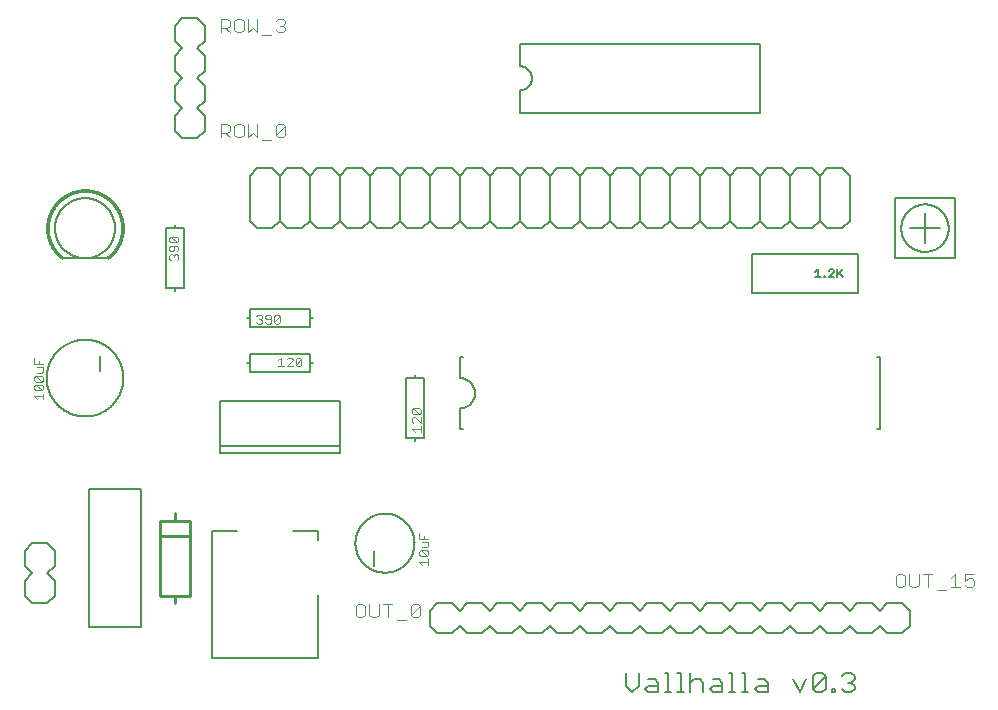
<source format=gto>
G75*
%MOIN*%
%OFA0B0*%
%FSLAX25Y25*%
%IPPOS*%
%LPD*%
%AMOC8*
5,1,8,0,0,1.08239X$1,22.5*
%
%ADD10C,0.00600*%
%ADD11C,0.00400*%
%ADD12C,0.00500*%
%ADD13C,0.00800*%
%ADD14C,0.00300*%
%ADD15C,0.00100*%
%ADD16C,0.01000*%
D10*
X0232100Y0019235D02*
X0234235Y0017100D01*
X0236370Y0019235D01*
X0236370Y0023505D01*
X0239613Y0021370D02*
X0241748Y0021370D01*
X0242816Y0020303D01*
X0242816Y0017100D01*
X0239613Y0017100D01*
X0238545Y0018168D01*
X0239613Y0019235D01*
X0242816Y0019235D01*
X0244991Y0017100D02*
X0247126Y0017100D01*
X0246059Y0017100D02*
X0246059Y0023505D01*
X0244991Y0023505D01*
X0249288Y0023505D02*
X0250356Y0023505D01*
X0250356Y0017100D01*
X0251423Y0017100D02*
X0249288Y0017100D01*
X0253585Y0017100D02*
X0253585Y0023505D01*
X0254653Y0021370D02*
X0253585Y0020303D01*
X0254653Y0021370D02*
X0256788Y0021370D01*
X0257855Y0020303D01*
X0257855Y0017100D01*
X0260030Y0018168D02*
X0261098Y0019235D01*
X0264301Y0019235D01*
X0264301Y0020303D02*
X0264301Y0017100D01*
X0261098Y0017100D01*
X0260030Y0018168D01*
X0263233Y0021370D02*
X0264301Y0020303D01*
X0263233Y0021370D02*
X0261098Y0021370D01*
X0266476Y0023505D02*
X0267544Y0023505D01*
X0267544Y0017100D01*
X0268611Y0017100D02*
X0266476Y0017100D01*
X0270773Y0017100D02*
X0272908Y0017100D01*
X0271841Y0017100D02*
X0271841Y0023505D01*
X0270773Y0023505D01*
X0276138Y0021370D02*
X0278273Y0021370D01*
X0279340Y0020303D01*
X0279340Y0017100D01*
X0276138Y0017100D01*
X0275070Y0018168D01*
X0276138Y0019235D01*
X0279340Y0019235D01*
X0287961Y0021370D02*
X0290096Y0017100D01*
X0292231Y0021370D01*
X0294406Y0022438D02*
X0295474Y0023505D01*
X0297609Y0023505D01*
X0298677Y0022438D01*
X0294406Y0018168D01*
X0295474Y0017100D01*
X0297609Y0017100D01*
X0298677Y0018168D01*
X0298677Y0022438D01*
X0304075Y0022438D02*
X0305142Y0023505D01*
X0307277Y0023505D01*
X0308345Y0022438D01*
X0308345Y0021370D01*
X0307277Y0020303D01*
X0308345Y0019235D01*
X0308345Y0018168D01*
X0307277Y0017100D01*
X0305142Y0017100D01*
X0304075Y0018168D01*
X0301920Y0018168D02*
X0301920Y0017100D01*
X0300852Y0017100D01*
X0300852Y0018168D01*
X0301920Y0018168D01*
X0306210Y0020303D02*
X0307277Y0020303D01*
X0294406Y0018168D02*
X0294406Y0022438D01*
X0232100Y0023505D02*
X0232100Y0019235D01*
X0234300Y0171800D02*
X0229300Y0171800D01*
X0226800Y0174300D01*
X0226800Y0189300D01*
X0229300Y0191800D01*
X0234300Y0191800D01*
X0236800Y0189300D01*
X0236800Y0174300D01*
X0234300Y0171800D01*
X0236800Y0174300D02*
X0239300Y0171800D01*
X0244300Y0171800D01*
X0246800Y0174300D01*
X0246800Y0189300D01*
X0244300Y0191800D01*
X0239300Y0191800D01*
X0236800Y0189300D01*
X0246800Y0189300D02*
X0249300Y0191800D01*
X0254300Y0191800D01*
X0256800Y0189300D01*
X0256800Y0174300D01*
X0254300Y0171800D01*
X0249300Y0171800D01*
X0246800Y0174300D01*
X0256800Y0174300D02*
X0259300Y0171800D01*
X0264300Y0171800D01*
X0266800Y0174300D01*
X0266800Y0189300D01*
X0264300Y0191800D01*
X0259300Y0191800D01*
X0256800Y0189300D01*
X0266800Y0189300D02*
X0269300Y0191800D01*
X0274300Y0191800D01*
X0276800Y0189300D01*
X0276800Y0174300D01*
X0274300Y0171800D01*
X0269300Y0171800D01*
X0266800Y0174300D01*
X0276800Y0174300D02*
X0279300Y0171800D01*
X0284300Y0171800D01*
X0286800Y0174300D01*
X0286800Y0189300D01*
X0284300Y0191800D01*
X0279300Y0191800D01*
X0276800Y0189300D01*
X0286800Y0189300D02*
X0289300Y0191800D01*
X0294300Y0191800D01*
X0296800Y0189300D01*
X0296800Y0174300D01*
X0294300Y0171800D01*
X0289300Y0171800D01*
X0286800Y0174300D01*
X0296800Y0174300D02*
X0299300Y0171800D01*
X0304300Y0171800D01*
X0306800Y0174300D01*
X0306800Y0189300D01*
X0304300Y0191800D01*
X0299300Y0191800D01*
X0296800Y0189300D01*
X0276800Y0210300D02*
X0276800Y0233300D01*
X0196800Y0233300D01*
X0196800Y0225800D01*
X0196926Y0225798D01*
X0197051Y0225792D01*
X0197176Y0225782D01*
X0197301Y0225768D01*
X0197426Y0225751D01*
X0197550Y0225729D01*
X0197673Y0225704D01*
X0197795Y0225674D01*
X0197916Y0225641D01*
X0198036Y0225604D01*
X0198155Y0225564D01*
X0198272Y0225519D01*
X0198389Y0225471D01*
X0198503Y0225419D01*
X0198616Y0225364D01*
X0198727Y0225305D01*
X0198836Y0225243D01*
X0198943Y0225177D01*
X0199048Y0225108D01*
X0199151Y0225036D01*
X0199252Y0224961D01*
X0199350Y0224882D01*
X0199445Y0224800D01*
X0199538Y0224716D01*
X0199628Y0224628D01*
X0199716Y0224538D01*
X0199800Y0224445D01*
X0199882Y0224350D01*
X0199961Y0224252D01*
X0200036Y0224151D01*
X0200108Y0224048D01*
X0200177Y0223943D01*
X0200243Y0223836D01*
X0200305Y0223727D01*
X0200364Y0223616D01*
X0200419Y0223503D01*
X0200471Y0223389D01*
X0200519Y0223272D01*
X0200564Y0223155D01*
X0200604Y0223036D01*
X0200641Y0222916D01*
X0200674Y0222795D01*
X0200704Y0222673D01*
X0200729Y0222550D01*
X0200751Y0222426D01*
X0200768Y0222301D01*
X0200782Y0222176D01*
X0200792Y0222051D01*
X0200798Y0221926D01*
X0200800Y0221800D01*
X0200798Y0221674D01*
X0200792Y0221549D01*
X0200782Y0221424D01*
X0200768Y0221299D01*
X0200751Y0221174D01*
X0200729Y0221050D01*
X0200704Y0220927D01*
X0200674Y0220805D01*
X0200641Y0220684D01*
X0200604Y0220564D01*
X0200564Y0220445D01*
X0200519Y0220328D01*
X0200471Y0220211D01*
X0200419Y0220097D01*
X0200364Y0219984D01*
X0200305Y0219873D01*
X0200243Y0219764D01*
X0200177Y0219657D01*
X0200108Y0219552D01*
X0200036Y0219449D01*
X0199961Y0219348D01*
X0199882Y0219250D01*
X0199800Y0219155D01*
X0199716Y0219062D01*
X0199628Y0218972D01*
X0199538Y0218884D01*
X0199445Y0218800D01*
X0199350Y0218718D01*
X0199252Y0218639D01*
X0199151Y0218564D01*
X0199048Y0218492D01*
X0198943Y0218423D01*
X0198836Y0218357D01*
X0198727Y0218295D01*
X0198616Y0218236D01*
X0198503Y0218181D01*
X0198389Y0218129D01*
X0198272Y0218081D01*
X0198155Y0218036D01*
X0198036Y0217996D01*
X0197916Y0217959D01*
X0197795Y0217926D01*
X0197673Y0217896D01*
X0197550Y0217871D01*
X0197426Y0217849D01*
X0197301Y0217832D01*
X0197176Y0217818D01*
X0197051Y0217808D01*
X0196926Y0217802D01*
X0196800Y0217800D01*
X0196800Y0210300D01*
X0276800Y0210300D01*
X0226800Y0189300D02*
X0224300Y0191800D01*
X0219300Y0191800D01*
X0216800Y0189300D01*
X0216800Y0174300D01*
X0214300Y0171800D01*
X0209300Y0171800D01*
X0206800Y0174300D01*
X0206800Y0189300D01*
X0209300Y0191800D01*
X0214300Y0191800D01*
X0216800Y0189300D01*
X0206800Y0189300D02*
X0204300Y0191800D01*
X0199300Y0191800D01*
X0196800Y0189300D01*
X0196800Y0174300D01*
X0194300Y0171800D01*
X0189300Y0171800D01*
X0186800Y0174300D01*
X0186800Y0189300D01*
X0189300Y0191800D01*
X0194300Y0191800D01*
X0196800Y0189300D01*
X0186800Y0189300D02*
X0184300Y0191800D01*
X0179300Y0191800D01*
X0176800Y0189300D01*
X0176800Y0174300D01*
X0174300Y0171800D01*
X0169300Y0171800D01*
X0166800Y0174300D01*
X0166800Y0189300D01*
X0169300Y0191800D01*
X0174300Y0191800D01*
X0176800Y0189300D01*
X0166800Y0189300D02*
X0164300Y0191800D01*
X0159300Y0191800D01*
X0156800Y0189300D01*
X0156800Y0174300D01*
X0154300Y0171800D01*
X0149300Y0171800D01*
X0146800Y0174300D01*
X0146800Y0189300D01*
X0149300Y0191800D01*
X0154300Y0191800D01*
X0156800Y0189300D01*
X0146800Y0189300D02*
X0144300Y0191800D01*
X0139300Y0191800D01*
X0136800Y0189300D01*
X0136800Y0174300D01*
X0134300Y0171800D01*
X0129300Y0171800D01*
X0126800Y0174300D01*
X0126800Y0189300D01*
X0129300Y0191800D01*
X0134300Y0191800D01*
X0136800Y0189300D01*
X0126800Y0189300D02*
X0124300Y0191800D01*
X0119300Y0191800D01*
X0116800Y0189300D01*
X0114300Y0191800D01*
X0109300Y0191800D01*
X0106800Y0189300D01*
X0106800Y0174300D01*
X0109300Y0171800D01*
X0114300Y0171800D01*
X0116800Y0174300D01*
X0116800Y0189300D01*
X0116800Y0174300D02*
X0119300Y0171800D01*
X0124300Y0171800D01*
X0126800Y0174300D01*
X0136800Y0174300D02*
X0139300Y0171800D01*
X0144300Y0171800D01*
X0146800Y0174300D01*
X0156800Y0174300D02*
X0159300Y0171800D01*
X0164300Y0171800D01*
X0166800Y0174300D01*
X0176800Y0174300D02*
X0179300Y0171800D01*
X0184300Y0171800D01*
X0186800Y0174300D01*
X0196800Y0174300D02*
X0199300Y0171800D01*
X0204300Y0171800D01*
X0206800Y0174300D01*
X0216800Y0174300D02*
X0219300Y0171800D01*
X0224300Y0171800D01*
X0226800Y0174300D01*
X0041800Y0171800D02*
X0041803Y0172045D01*
X0041812Y0172291D01*
X0041827Y0172536D01*
X0041848Y0172780D01*
X0041875Y0173024D01*
X0041908Y0173267D01*
X0041947Y0173510D01*
X0041992Y0173751D01*
X0042043Y0173991D01*
X0042100Y0174230D01*
X0042162Y0174467D01*
X0042231Y0174703D01*
X0042305Y0174937D01*
X0042385Y0175169D01*
X0042470Y0175399D01*
X0042561Y0175627D01*
X0042658Y0175852D01*
X0042760Y0176076D01*
X0042868Y0176296D01*
X0042981Y0176514D01*
X0043099Y0176729D01*
X0043223Y0176941D01*
X0043351Y0177150D01*
X0043485Y0177356D01*
X0043624Y0177558D01*
X0043768Y0177757D01*
X0043917Y0177952D01*
X0044070Y0178144D01*
X0044228Y0178332D01*
X0044390Y0178516D01*
X0044558Y0178695D01*
X0044729Y0178871D01*
X0044905Y0179042D01*
X0045084Y0179210D01*
X0045268Y0179372D01*
X0045456Y0179530D01*
X0045648Y0179683D01*
X0045843Y0179832D01*
X0046042Y0179976D01*
X0046244Y0180115D01*
X0046450Y0180249D01*
X0046659Y0180377D01*
X0046871Y0180501D01*
X0047086Y0180619D01*
X0047304Y0180732D01*
X0047524Y0180840D01*
X0047748Y0180942D01*
X0047973Y0181039D01*
X0048201Y0181130D01*
X0048431Y0181215D01*
X0048663Y0181295D01*
X0048897Y0181369D01*
X0049133Y0181438D01*
X0049370Y0181500D01*
X0049609Y0181557D01*
X0049849Y0181608D01*
X0050090Y0181653D01*
X0050333Y0181692D01*
X0050576Y0181725D01*
X0050820Y0181752D01*
X0051064Y0181773D01*
X0051309Y0181788D01*
X0051555Y0181797D01*
X0051800Y0181800D01*
X0052045Y0181797D01*
X0052291Y0181788D01*
X0052536Y0181773D01*
X0052780Y0181752D01*
X0053024Y0181725D01*
X0053267Y0181692D01*
X0053510Y0181653D01*
X0053751Y0181608D01*
X0053991Y0181557D01*
X0054230Y0181500D01*
X0054467Y0181438D01*
X0054703Y0181369D01*
X0054937Y0181295D01*
X0055169Y0181215D01*
X0055399Y0181130D01*
X0055627Y0181039D01*
X0055852Y0180942D01*
X0056076Y0180840D01*
X0056296Y0180732D01*
X0056514Y0180619D01*
X0056729Y0180501D01*
X0056941Y0180377D01*
X0057150Y0180249D01*
X0057356Y0180115D01*
X0057558Y0179976D01*
X0057757Y0179832D01*
X0057952Y0179683D01*
X0058144Y0179530D01*
X0058332Y0179372D01*
X0058516Y0179210D01*
X0058695Y0179042D01*
X0058871Y0178871D01*
X0059042Y0178695D01*
X0059210Y0178516D01*
X0059372Y0178332D01*
X0059530Y0178144D01*
X0059683Y0177952D01*
X0059832Y0177757D01*
X0059976Y0177558D01*
X0060115Y0177356D01*
X0060249Y0177150D01*
X0060377Y0176941D01*
X0060501Y0176729D01*
X0060619Y0176514D01*
X0060732Y0176296D01*
X0060840Y0176076D01*
X0060942Y0175852D01*
X0061039Y0175627D01*
X0061130Y0175399D01*
X0061215Y0175169D01*
X0061295Y0174937D01*
X0061369Y0174703D01*
X0061438Y0174467D01*
X0061500Y0174230D01*
X0061557Y0173991D01*
X0061608Y0173751D01*
X0061653Y0173510D01*
X0061692Y0173267D01*
X0061725Y0173024D01*
X0061752Y0172780D01*
X0061773Y0172536D01*
X0061788Y0172291D01*
X0061797Y0172045D01*
X0061800Y0171800D01*
X0061797Y0171555D01*
X0061788Y0171309D01*
X0061773Y0171064D01*
X0061752Y0170820D01*
X0061725Y0170576D01*
X0061692Y0170333D01*
X0061653Y0170090D01*
X0061608Y0169849D01*
X0061557Y0169609D01*
X0061500Y0169370D01*
X0061438Y0169133D01*
X0061369Y0168897D01*
X0061295Y0168663D01*
X0061215Y0168431D01*
X0061130Y0168201D01*
X0061039Y0167973D01*
X0060942Y0167748D01*
X0060840Y0167524D01*
X0060732Y0167304D01*
X0060619Y0167086D01*
X0060501Y0166871D01*
X0060377Y0166659D01*
X0060249Y0166450D01*
X0060115Y0166244D01*
X0059976Y0166042D01*
X0059832Y0165843D01*
X0059683Y0165648D01*
X0059530Y0165456D01*
X0059372Y0165268D01*
X0059210Y0165084D01*
X0059042Y0164905D01*
X0058871Y0164729D01*
X0058695Y0164558D01*
X0058516Y0164390D01*
X0058332Y0164228D01*
X0058144Y0164070D01*
X0057952Y0163917D01*
X0057757Y0163768D01*
X0057558Y0163624D01*
X0057356Y0163485D01*
X0057150Y0163351D01*
X0056941Y0163223D01*
X0056729Y0163099D01*
X0056514Y0162981D01*
X0056296Y0162868D01*
X0056076Y0162760D01*
X0055852Y0162658D01*
X0055627Y0162561D01*
X0055399Y0162470D01*
X0055169Y0162385D01*
X0054937Y0162305D01*
X0054703Y0162231D01*
X0054467Y0162162D01*
X0054230Y0162100D01*
X0053991Y0162043D01*
X0053751Y0161992D01*
X0053510Y0161947D01*
X0053267Y0161908D01*
X0053024Y0161875D01*
X0052780Y0161848D01*
X0052536Y0161827D01*
X0052291Y0161812D01*
X0052045Y0161803D01*
X0051800Y0161800D01*
X0051555Y0161803D01*
X0051309Y0161812D01*
X0051064Y0161827D01*
X0050820Y0161848D01*
X0050576Y0161875D01*
X0050333Y0161908D01*
X0050090Y0161947D01*
X0049849Y0161992D01*
X0049609Y0162043D01*
X0049370Y0162100D01*
X0049133Y0162162D01*
X0048897Y0162231D01*
X0048663Y0162305D01*
X0048431Y0162385D01*
X0048201Y0162470D01*
X0047973Y0162561D01*
X0047748Y0162658D01*
X0047524Y0162760D01*
X0047304Y0162868D01*
X0047086Y0162981D01*
X0046871Y0163099D01*
X0046659Y0163223D01*
X0046450Y0163351D01*
X0046244Y0163485D01*
X0046042Y0163624D01*
X0045843Y0163768D01*
X0045648Y0163917D01*
X0045456Y0164070D01*
X0045268Y0164228D01*
X0045084Y0164390D01*
X0044905Y0164558D01*
X0044729Y0164729D01*
X0044558Y0164905D01*
X0044390Y0165084D01*
X0044228Y0165268D01*
X0044070Y0165456D01*
X0043917Y0165648D01*
X0043768Y0165843D01*
X0043624Y0166042D01*
X0043485Y0166244D01*
X0043351Y0166450D01*
X0043223Y0166659D01*
X0043099Y0166871D01*
X0042981Y0167086D01*
X0042868Y0167304D01*
X0042760Y0167524D01*
X0042658Y0167748D01*
X0042561Y0167973D01*
X0042470Y0168201D01*
X0042385Y0168431D01*
X0042305Y0168663D01*
X0042231Y0168897D01*
X0042162Y0169133D01*
X0042100Y0169370D01*
X0042043Y0169609D01*
X0041992Y0169849D01*
X0041947Y0170090D01*
X0041908Y0170333D01*
X0041875Y0170576D01*
X0041848Y0170820D01*
X0041827Y0171064D01*
X0041812Y0171309D01*
X0041803Y0171555D01*
X0041800Y0171800D01*
D11*
X0097000Y0202000D02*
X0097000Y0206604D01*
X0099302Y0206604D01*
X0100069Y0205837D01*
X0100069Y0204302D01*
X0099302Y0203535D01*
X0097000Y0203535D01*
X0098535Y0203535D02*
X0100069Y0202000D01*
X0101604Y0202767D02*
X0102371Y0202000D01*
X0103906Y0202000D01*
X0104673Y0202767D01*
X0104673Y0205837D01*
X0103906Y0206604D01*
X0102371Y0206604D01*
X0101604Y0205837D01*
X0101604Y0202767D01*
X0106208Y0202000D02*
X0107742Y0203535D01*
X0109277Y0202000D01*
X0109277Y0206604D01*
X0106208Y0206604D02*
X0106208Y0202000D01*
X0110812Y0201233D02*
X0113881Y0201233D01*
X0115416Y0202767D02*
X0118485Y0205837D01*
X0118485Y0202767D01*
X0117718Y0202000D01*
X0116183Y0202000D01*
X0115416Y0202767D01*
X0115416Y0205837D01*
X0116183Y0206604D01*
X0117718Y0206604D01*
X0118485Y0205837D01*
X0113881Y0236233D02*
X0110812Y0236233D01*
X0109277Y0237000D02*
X0107742Y0238535D01*
X0106208Y0237000D01*
X0106208Y0241604D01*
X0104673Y0240837D02*
X0103906Y0241604D01*
X0102371Y0241604D01*
X0101604Y0240837D01*
X0101604Y0237767D01*
X0102371Y0237000D01*
X0103906Y0237000D01*
X0104673Y0237767D01*
X0104673Y0240837D01*
X0100069Y0240837D02*
X0100069Y0239302D01*
X0099302Y0238535D01*
X0097000Y0238535D01*
X0098535Y0238535D02*
X0100069Y0237000D01*
X0097000Y0237000D02*
X0097000Y0241604D01*
X0099302Y0241604D01*
X0100069Y0240837D01*
X0109277Y0241604D02*
X0109277Y0237000D01*
X0115416Y0237767D02*
X0116183Y0237000D01*
X0117718Y0237000D01*
X0118485Y0237767D01*
X0118485Y0238535D01*
X0117718Y0239302D01*
X0116950Y0239302D01*
X0117718Y0239302D02*
X0118485Y0240069D01*
X0118485Y0240837D01*
X0117718Y0241604D01*
X0116183Y0241604D01*
X0115416Y0240837D01*
X0322000Y0055837D02*
X0322000Y0052767D01*
X0322767Y0052000D01*
X0324302Y0052000D01*
X0325069Y0052767D01*
X0325069Y0055837D01*
X0324302Y0056604D01*
X0322767Y0056604D01*
X0322000Y0055837D01*
X0326604Y0056604D02*
X0326604Y0052767D01*
X0327371Y0052000D01*
X0328906Y0052000D01*
X0329673Y0052767D01*
X0329673Y0056604D01*
X0331208Y0056604D02*
X0334277Y0056604D01*
X0332742Y0056604D02*
X0332742Y0052000D01*
X0335812Y0051233D02*
X0338881Y0051233D01*
X0340416Y0052000D02*
X0343485Y0052000D01*
X0341950Y0052000D02*
X0341950Y0056604D01*
X0340416Y0055069D01*
X0345020Y0054302D02*
X0345020Y0056604D01*
X0348089Y0056604D01*
X0347322Y0055069D02*
X0348089Y0054302D01*
X0348089Y0052767D01*
X0347322Y0052000D01*
X0345787Y0052000D01*
X0345020Y0052767D01*
X0345020Y0054302D02*
X0346554Y0055069D01*
X0347322Y0055069D01*
X0163485Y0045837D02*
X0163485Y0042767D01*
X0162718Y0042000D01*
X0161183Y0042000D01*
X0160416Y0042767D01*
X0163485Y0045837D01*
X0162718Y0046604D01*
X0161183Y0046604D01*
X0160416Y0045837D01*
X0160416Y0042767D01*
X0158881Y0041233D02*
X0155812Y0041233D01*
X0152742Y0042000D02*
X0152742Y0046604D01*
X0151208Y0046604D02*
X0154277Y0046604D01*
X0149673Y0046604D02*
X0149673Y0042767D01*
X0148906Y0042000D01*
X0147371Y0042000D01*
X0146604Y0042767D01*
X0146604Y0046604D01*
X0145069Y0045837D02*
X0144302Y0046604D01*
X0142767Y0046604D01*
X0142000Y0045837D01*
X0142000Y0042767D01*
X0142767Y0042000D01*
X0144302Y0042000D01*
X0145069Y0042767D01*
X0145069Y0045837D01*
D12*
X0070363Y0038906D02*
X0053237Y0038906D01*
X0053237Y0084694D01*
X0070363Y0084694D01*
X0070363Y0038906D01*
X0295237Y0155350D02*
X0297039Y0155350D01*
X0296138Y0155350D02*
X0296138Y0158052D01*
X0295237Y0157152D01*
X0298184Y0155800D02*
X0298634Y0155800D01*
X0298634Y0155350D01*
X0298184Y0155350D01*
X0298184Y0155800D01*
X0299657Y0155350D02*
X0301459Y0157152D01*
X0301459Y0157602D01*
X0301008Y0158052D01*
X0300107Y0158052D01*
X0299657Y0157602D01*
X0299657Y0155350D02*
X0301459Y0155350D01*
X0302603Y0155350D02*
X0302603Y0158052D01*
X0303054Y0156701D02*
X0304405Y0155350D01*
X0302603Y0156251D02*
X0304405Y0158052D01*
X0321800Y0161800D02*
X0341800Y0161800D01*
X0341800Y0181800D01*
X0321800Y0181800D01*
X0321800Y0161800D01*
X0331800Y0166800D02*
X0331800Y0171800D01*
X0323894Y0171800D02*
X0323896Y0171994D01*
X0323904Y0172188D01*
X0323915Y0172382D01*
X0323932Y0172575D01*
X0323953Y0172768D01*
X0323980Y0172960D01*
X0324010Y0173152D01*
X0324046Y0173342D01*
X0324086Y0173532D01*
X0324131Y0173721D01*
X0324180Y0173909D01*
X0324234Y0174095D01*
X0324293Y0174280D01*
X0324356Y0174463D01*
X0324424Y0174645D01*
X0324496Y0174825D01*
X0324572Y0175004D01*
X0324653Y0175180D01*
X0324738Y0175355D01*
X0324828Y0175527D01*
X0324921Y0175697D01*
X0325019Y0175864D01*
X0325121Y0176030D01*
X0325226Y0176192D01*
X0325336Y0176352D01*
X0325450Y0176510D01*
X0325567Y0176664D01*
X0325689Y0176816D01*
X0325814Y0176964D01*
X0325942Y0177109D01*
X0326074Y0177252D01*
X0326210Y0177390D01*
X0326348Y0177526D01*
X0326491Y0177658D01*
X0326636Y0177786D01*
X0326784Y0177911D01*
X0326936Y0178033D01*
X0327090Y0178150D01*
X0327248Y0178264D01*
X0327408Y0178374D01*
X0327570Y0178479D01*
X0327736Y0178581D01*
X0327903Y0178679D01*
X0328073Y0178772D01*
X0328245Y0178862D01*
X0328420Y0178947D01*
X0328596Y0179028D01*
X0328775Y0179104D01*
X0328955Y0179176D01*
X0329137Y0179244D01*
X0329320Y0179307D01*
X0329505Y0179366D01*
X0329691Y0179420D01*
X0329879Y0179469D01*
X0330068Y0179514D01*
X0330258Y0179554D01*
X0330448Y0179590D01*
X0330640Y0179620D01*
X0330832Y0179647D01*
X0331025Y0179668D01*
X0331218Y0179685D01*
X0331412Y0179696D01*
X0331606Y0179704D01*
X0331800Y0179706D01*
X0331994Y0179704D01*
X0332188Y0179696D01*
X0332382Y0179685D01*
X0332575Y0179668D01*
X0332768Y0179647D01*
X0332960Y0179620D01*
X0333152Y0179590D01*
X0333342Y0179554D01*
X0333532Y0179514D01*
X0333721Y0179469D01*
X0333909Y0179420D01*
X0334095Y0179366D01*
X0334280Y0179307D01*
X0334463Y0179244D01*
X0334645Y0179176D01*
X0334825Y0179104D01*
X0335004Y0179028D01*
X0335180Y0178947D01*
X0335355Y0178862D01*
X0335527Y0178772D01*
X0335697Y0178679D01*
X0335864Y0178581D01*
X0336030Y0178479D01*
X0336192Y0178374D01*
X0336352Y0178264D01*
X0336510Y0178150D01*
X0336664Y0178033D01*
X0336816Y0177911D01*
X0336964Y0177786D01*
X0337109Y0177658D01*
X0337252Y0177526D01*
X0337390Y0177390D01*
X0337526Y0177252D01*
X0337658Y0177109D01*
X0337786Y0176964D01*
X0337911Y0176816D01*
X0338033Y0176664D01*
X0338150Y0176510D01*
X0338264Y0176352D01*
X0338374Y0176192D01*
X0338479Y0176030D01*
X0338581Y0175864D01*
X0338679Y0175697D01*
X0338772Y0175527D01*
X0338862Y0175355D01*
X0338947Y0175180D01*
X0339028Y0175004D01*
X0339104Y0174825D01*
X0339176Y0174645D01*
X0339244Y0174463D01*
X0339307Y0174280D01*
X0339366Y0174095D01*
X0339420Y0173909D01*
X0339469Y0173721D01*
X0339514Y0173532D01*
X0339554Y0173342D01*
X0339590Y0173152D01*
X0339620Y0172960D01*
X0339647Y0172768D01*
X0339668Y0172575D01*
X0339685Y0172382D01*
X0339696Y0172188D01*
X0339704Y0171994D01*
X0339706Y0171800D01*
X0339704Y0171606D01*
X0339696Y0171412D01*
X0339685Y0171218D01*
X0339668Y0171025D01*
X0339647Y0170832D01*
X0339620Y0170640D01*
X0339590Y0170448D01*
X0339554Y0170258D01*
X0339514Y0170068D01*
X0339469Y0169879D01*
X0339420Y0169691D01*
X0339366Y0169505D01*
X0339307Y0169320D01*
X0339244Y0169137D01*
X0339176Y0168955D01*
X0339104Y0168775D01*
X0339028Y0168596D01*
X0338947Y0168420D01*
X0338862Y0168245D01*
X0338772Y0168073D01*
X0338679Y0167903D01*
X0338581Y0167736D01*
X0338479Y0167570D01*
X0338374Y0167408D01*
X0338264Y0167248D01*
X0338150Y0167090D01*
X0338033Y0166936D01*
X0337911Y0166784D01*
X0337786Y0166636D01*
X0337658Y0166491D01*
X0337526Y0166348D01*
X0337390Y0166210D01*
X0337252Y0166074D01*
X0337109Y0165942D01*
X0336964Y0165814D01*
X0336816Y0165689D01*
X0336664Y0165567D01*
X0336510Y0165450D01*
X0336352Y0165336D01*
X0336192Y0165226D01*
X0336030Y0165121D01*
X0335864Y0165019D01*
X0335697Y0164921D01*
X0335527Y0164828D01*
X0335355Y0164738D01*
X0335180Y0164653D01*
X0335004Y0164572D01*
X0334825Y0164496D01*
X0334645Y0164424D01*
X0334463Y0164356D01*
X0334280Y0164293D01*
X0334095Y0164234D01*
X0333909Y0164180D01*
X0333721Y0164131D01*
X0333532Y0164086D01*
X0333342Y0164046D01*
X0333152Y0164010D01*
X0332960Y0163980D01*
X0332768Y0163953D01*
X0332575Y0163932D01*
X0332382Y0163915D01*
X0332188Y0163904D01*
X0331994Y0163896D01*
X0331800Y0163894D01*
X0331606Y0163896D01*
X0331412Y0163904D01*
X0331218Y0163915D01*
X0331025Y0163932D01*
X0330832Y0163953D01*
X0330640Y0163980D01*
X0330448Y0164010D01*
X0330258Y0164046D01*
X0330068Y0164086D01*
X0329879Y0164131D01*
X0329691Y0164180D01*
X0329505Y0164234D01*
X0329320Y0164293D01*
X0329137Y0164356D01*
X0328955Y0164424D01*
X0328775Y0164496D01*
X0328596Y0164572D01*
X0328420Y0164653D01*
X0328245Y0164738D01*
X0328073Y0164828D01*
X0327903Y0164921D01*
X0327736Y0165019D01*
X0327570Y0165121D01*
X0327408Y0165226D01*
X0327248Y0165336D01*
X0327090Y0165450D01*
X0326936Y0165567D01*
X0326784Y0165689D01*
X0326636Y0165814D01*
X0326491Y0165942D01*
X0326348Y0166074D01*
X0326210Y0166210D01*
X0326074Y0166348D01*
X0325942Y0166491D01*
X0325814Y0166636D01*
X0325689Y0166784D01*
X0325567Y0166936D01*
X0325450Y0167090D01*
X0325336Y0167248D01*
X0325226Y0167408D01*
X0325121Y0167570D01*
X0325019Y0167736D01*
X0324921Y0167903D01*
X0324828Y0168073D01*
X0324738Y0168245D01*
X0324653Y0168420D01*
X0324572Y0168596D01*
X0324496Y0168775D01*
X0324424Y0168955D01*
X0324356Y0169137D01*
X0324293Y0169320D01*
X0324234Y0169505D01*
X0324180Y0169691D01*
X0324131Y0169879D01*
X0324086Y0170068D01*
X0324046Y0170258D01*
X0324010Y0170448D01*
X0323980Y0170640D01*
X0323953Y0170832D01*
X0323932Y0171025D01*
X0323915Y0171218D01*
X0323904Y0171412D01*
X0323896Y0171606D01*
X0323894Y0171800D01*
X0326800Y0171800D02*
X0331800Y0171800D01*
X0331800Y0176800D01*
X0331800Y0171800D02*
X0336800Y0171800D01*
D13*
X0309517Y0163296D02*
X0309517Y0150304D01*
X0274083Y0150304D01*
X0274083Y0163296D01*
X0309517Y0163296D01*
X0315800Y0128800D02*
X0316800Y0128800D01*
X0316800Y0104800D01*
X0315800Y0104800D01*
X0314300Y0046800D02*
X0309300Y0046800D01*
X0306800Y0044300D01*
X0304300Y0046800D01*
X0299300Y0046800D01*
X0296800Y0044300D01*
X0294300Y0046800D01*
X0289300Y0046800D01*
X0286800Y0044300D01*
X0284300Y0046800D01*
X0279300Y0046800D01*
X0276800Y0044300D01*
X0274300Y0046800D01*
X0269300Y0046800D01*
X0266800Y0044300D01*
X0264300Y0046800D01*
X0259300Y0046800D01*
X0256800Y0044300D01*
X0254300Y0046800D01*
X0249300Y0046800D01*
X0246800Y0044300D01*
X0244300Y0046800D01*
X0239300Y0046800D01*
X0236800Y0044300D01*
X0234300Y0046800D01*
X0229300Y0046800D01*
X0226800Y0044300D01*
X0224300Y0046800D01*
X0219300Y0046800D01*
X0216800Y0044300D01*
X0214300Y0046800D01*
X0209300Y0046800D01*
X0206800Y0044300D01*
X0204300Y0046800D01*
X0199300Y0046800D01*
X0196800Y0044300D01*
X0194300Y0046800D01*
X0189300Y0046800D01*
X0186800Y0044300D01*
X0184300Y0046800D01*
X0179300Y0046800D01*
X0176800Y0044300D01*
X0174300Y0046800D01*
X0169300Y0046800D01*
X0166800Y0044300D01*
X0166800Y0039300D01*
X0169300Y0036800D01*
X0174300Y0036800D01*
X0176800Y0039300D01*
X0179300Y0036800D01*
X0184300Y0036800D01*
X0186800Y0039300D01*
X0189300Y0036800D01*
X0194300Y0036800D01*
X0196800Y0039300D01*
X0199300Y0036800D01*
X0204300Y0036800D01*
X0206800Y0039300D01*
X0209300Y0036800D01*
X0214300Y0036800D01*
X0216800Y0039300D01*
X0219300Y0036800D01*
X0224300Y0036800D01*
X0226800Y0039300D01*
X0229300Y0036800D01*
X0234300Y0036800D01*
X0236800Y0039300D01*
X0239300Y0036800D01*
X0244300Y0036800D01*
X0246800Y0039300D01*
X0249300Y0036800D01*
X0254300Y0036800D01*
X0256800Y0039300D01*
X0259300Y0036800D01*
X0264300Y0036800D01*
X0266800Y0039300D01*
X0269300Y0036800D01*
X0274300Y0036800D01*
X0276800Y0039300D01*
X0279300Y0036800D01*
X0284300Y0036800D01*
X0286800Y0039300D01*
X0289300Y0036800D01*
X0294300Y0036800D01*
X0296800Y0039300D01*
X0299300Y0036800D01*
X0304300Y0036800D01*
X0306800Y0039300D01*
X0309300Y0036800D01*
X0314300Y0036800D01*
X0316800Y0039300D01*
X0319300Y0036800D01*
X0324300Y0036800D01*
X0326800Y0039300D01*
X0326800Y0044300D01*
X0324300Y0046800D01*
X0319300Y0046800D01*
X0316800Y0044300D01*
X0314300Y0046800D01*
X0326800Y0044300D02*
X0326800Y0039300D01*
X0177800Y0104800D02*
X0176800Y0104800D01*
X0176800Y0111800D01*
X0176940Y0111802D01*
X0177080Y0111808D01*
X0177220Y0111818D01*
X0177360Y0111831D01*
X0177499Y0111849D01*
X0177638Y0111871D01*
X0177775Y0111896D01*
X0177913Y0111925D01*
X0178049Y0111958D01*
X0178184Y0111995D01*
X0178318Y0112036D01*
X0178451Y0112081D01*
X0178583Y0112129D01*
X0178713Y0112181D01*
X0178842Y0112236D01*
X0178969Y0112295D01*
X0179095Y0112358D01*
X0179219Y0112424D01*
X0179340Y0112493D01*
X0179460Y0112566D01*
X0179578Y0112643D01*
X0179693Y0112722D01*
X0179807Y0112805D01*
X0179917Y0112891D01*
X0180026Y0112980D01*
X0180132Y0113072D01*
X0180235Y0113167D01*
X0180336Y0113264D01*
X0180433Y0113365D01*
X0180528Y0113468D01*
X0180620Y0113574D01*
X0180709Y0113683D01*
X0180795Y0113793D01*
X0180878Y0113907D01*
X0180957Y0114022D01*
X0181034Y0114140D01*
X0181107Y0114260D01*
X0181176Y0114381D01*
X0181242Y0114505D01*
X0181305Y0114631D01*
X0181364Y0114758D01*
X0181419Y0114887D01*
X0181471Y0115017D01*
X0181519Y0115149D01*
X0181564Y0115282D01*
X0181605Y0115416D01*
X0181642Y0115551D01*
X0181675Y0115687D01*
X0181704Y0115825D01*
X0181729Y0115962D01*
X0181751Y0116101D01*
X0181769Y0116240D01*
X0181782Y0116380D01*
X0181792Y0116520D01*
X0181798Y0116660D01*
X0181800Y0116800D01*
X0181798Y0116940D01*
X0181792Y0117080D01*
X0181782Y0117220D01*
X0181769Y0117360D01*
X0181751Y0117499D01*
X0181729Y0117638D01*
X0181704Y0117775D01*
X0181675Y0117913D01*
X0181642Y0118049D01*
X0181605Y0118184D01*
X0181564Y0118318D01*
X0181519Y0118451D01*
X0181471Y0118583D01*
X0181419Y0118713D01*
X0181364Y0118842D01*
X0181305Y0118969D01*
X0181242Y0119095D01*
X0181176Y0119219D01*
X0181107Y0119340D01*
X0181034Y0119460D01*
X0180957Y0119578D01*
X0180878Y0119693D01*
X0180795Y0119807D01*
X0180709Y0119917D01*
X0180620Y0120026D01*
X0180528Y0120132D01*
X0180433Y0120235D01*
X0180336Y0120336D01*
X0180235Y0120433D01*
X0180132Y0120528D01*
X0180026Y0120620D01*
X0179917Y0120709D01*
X0179807Y0120795D01*
X0179693Y0120878D01*
X0179578Y0120957D01*
X0179460Y0121034D01*
X0179340Y0121107D01*
X0179219Y0121176D01*
X0179095Y0121242D01*
X0178969Y0121305D01*
X0178842Y0121364D01*
X0178713Y0121419D01*
X0178583Y0121471D01*
X0178451Y0121519D01*
X0178318Y0121564D01*
X0178184Y0121605D01*
X0178049Y0121642D01*
X0177913Y0121675D01*
X0177775Y0121704D01*
X0177638Y0121729D01*
X0177499Y0121751D01*
X0177360Y0121769D01*
X0177220Y0121782D01*
X0177080Y0121792D01*
X0176940Y0121798D01*
X0176800Y0121800D01*
X0176800Y0128800D01*
X0177800Y0128800D01*
X0164800Y0121800D02*
X0164800Y0101800D01*
X0161800Y0101800D01*
X0161800Y0100800D01*
X0161800Y0101800D02*
X0158800Y0101800D01*
X0158800Y0121800D01*
X0161800Y0121800D01*
X0161800Y0122800D01*
X0161800Y0121800D02*
X0164800Y0121800D01*
X0136800Y0114300D02*
X0136800Y0099300D01*
X0096800Y0099300D01*
X0096800Y0114300D01*
X0136800Y0114300D01*
X0126800Y0123800D02*
X0126800Y0126800D01*
X0127800Y0126800D01*
X0126800Y0126800D02*
X0126800Y0129800D01*
X0106800Y0129800D01*
X0106800Y0126800D01*
X0105800Y0126800D01*
X0106800Y0126800D02*
X0106800Y0123800D01*
X0126800Y0123800D01*
X0126800Y0138800D02*
X0106800Y0138800D01*
X0106800Y0141800D01*
X0105800Y0141800D01*
X0106800Y0141800D02*
X0106800Y0144800D01*
X0126800Y0144800D01*
X0126800Y0141800D01*
X0127800Y0141800D01*
X0126800Y0141800D02*
X0126800Y0138800D01*
X0084800Y0151800D02*
X0081800Y0151800D01*
X0081800Y0150800D01*
X0081800Y0151800D02*
X0078800Y0151800D01*
X0078800Y0171800D01*
X0081800Y0171800D01*
X0081800Y0172800D01*
X0081800Y0171800D02*
X0084800Y0171800D01*
X0084800Y0151800D01*
X0059300Y0161800D02*
X0044300Y0161800D01*
X0056800Y0129300D02*
X0056800Y0124300D01*
X0039005Y0121800D02*
X0039009Y0122114D01*
X0039020Y0122428D01*
X0039040Y0122741D01*
X0039067Y0123054D01*
X0039101Y0123366D01*
X0039143Y0123677D01*
X0039193Y0123987D01*
X0039251Y0124296D01*
X0039316Y0124603D01*
X0039388Y0124909D01*
X0039468Y0125213D01*
X0039556Y0125514D01*
X0039651Y0125814D01*
X0039753Y0126111D01*
X0039862Y0126405D01*
X0039979Y0126696D01*
X0040103Y0126985D01*
X0040233Y0127271D01*
X0040371Y0127553D01*
X0040516Y0127832D01*
X0040667Y0128107D01*
X0040825Y0128378D01*
X0040990Y0128645D01*
X0041161Y0128909D01*
X0041339Y0129167D01*
X0041523Y0129422D01*
X0041713Y0129672D01*
X0041909Y0129917D01*
X0042112Y0130157D01*
X0042320Y0130393D01*
X0042533Y0130623D01*
X0042753Y0130847D01*
X0042977Y0131067D01*
X0043207Y0131280D01*
X0043443Y0131488D01*
X0043683Y0131691D01*
X0043928Y0131887D01*
X0044178Y0132077D01*
X0044433Y0132261D01*
X0044691Y0132439D01*
X0044955Y0132610D01*
X0045222Y0132775D01*
X0045493Y0132933D01*
X0045768Y0133084D01*
X0046047Y0133229D01*
X0046329Y0133367D01*
X0046615Y0133497D01*
X0046904Y0133621D01*
X0047195Y0133738D01*
X0047489Y0133847D01*
X0047786Y0133949D01*
X0048086Y0134044D01*
X0048387Y0134132D01*
X0048691Y0134212D01*
X0048997Y0134284D01*
X0049304Y0134349D01*
X0049613Y0134407D01*
X0049923Y0134457D01*
X0050234Y0134499D01*
X0050546Y0134533D01*
X0050859Y0134560D01*
X0051172Y0134580D01*
X0051486Y0134591D01*
X0051800Y0134595D01*
X0052114Y0134591D01*
X0052428Y0134580D01*
X0052741Y0134560D01*
X0053054Y0134533D01*
X0053366Y0134499D01*
X0053677Y0134457D01*
X0053987Y0134407D01*
X0054296Y0134349D01*
X0054603Y0134284D01*
X0054909Y0134212D01*
X0055213Y0134132D01*
X0055514Y0134044D01*
X0055814Y0133949D01*
X0056111Y0133847D01*
X0056405Y0133738D01*
X0056696Y0133621D01*
X0056985Y0133497D01*
X0057271Y0133367D01*
X0057553Y0133229D01*
X0057832Y0133084D01*
X0058107Y0132933D01*
X0058378Y0132775D01*
X0058645Y0132610D01*
X0058909Y0132439D01*
X0059167Y0132261D01*
X0059422Y0132077D01*
X0059672Y0131887D01*
X0059917Y0131691D01*
X0060157Y0131488D01*
X0060393Y0131280D01*
X0060623Y0131067D01*
X0060847Y0130847D01*
X0061067Y0130623D01*
X0061280Y0130393D01*
X0061488Y0130157D01*
X0061691Y0129917D01*
X0061887Y0129672D01*
X0062077Y0129422D01*
X0062261Y0129167D01*
X0062439Y0128909D01*
X0062610Y0128645D01*
X0062775Y0128378D01*
X0062933Y0128107D01*
X0063084Y0127832D01*
X0063229Y0127553D01*
X0063367Y0127271D01*
X0063497Y0126985D01*
X0063621Y0126696D01*
X0063738Y0126405D01*
X0063847Y0126111D01*
X0063949Y0125814D01*
X0064044Y0125514D01*
X0064132Y0125213D01*
X0064212Y0124909D01*
X0064284Y0124603D01*
X0064349Y0124296D01*
X0064407Y0123987D01*
X0064457Y0123677D01*
X0064499Y0123366D01*
X0064533Y0123054D01*
X0064560Y0122741D01*
X0064580Y0122428D01*
X0064591Y0122114D01*
X0064595Y0121800D01*
X0064591Y0121486D01*
X0064580Y0121172D01*
X0064560Y0120859D01*
X0064533Y0120546D01*
X0064499Y0120234D01*
X0064457Y0119923D01*
X0064407Y0119613D01*
X0064349Y0119304D01*
X0064284Y0118997D01*
X0064212Y0118691D01*
X0064132Y0118387D01*
X0064044Y0118086D01*
X0063949Y0117786D01*
X0063847Y0117489D01*
X0063738Y0117195D01*
X0063621Y0116904D01*
X0063497Y0116615D01*
X0063367Y0116329D01*
X0063229Y0116047D01*
X0063084Y0115768D01*
X0062933Y0115493D01*
X0062775Y0115222D01*
X0062610Y0114955D01*
X0062439Y0114691D01*
X0062261Y0114433D01*
X0062077Y0114178D01*
X0061887Y0113928D01*
X0061691Y0113683D01*
X0061488Y0113443D01*
X0061280Y0113207D01*
X0061067Y0112977D01*
X0060847Y0112753D01*
X0060623Y0112533D01*
X0060393Y0112320D01*
X0060157Y0112112D01*
X0059917Y0111909D01*
X0059672Y0111713D01*
X0059422Y0111523D01*
X0059167Y0111339D01*
X0058909Y0111161D01*
X0058645Y0110990D01*
X0058378Y0110825D01*
X0058107Y0110667D01*
X0057832Y0110516D01*
X0057553Y0110371D01*
X0057271Y0110233D01*
X0056985Y0110103D01*
X0056696Y0109979D01*
X0056405Y0109862D01*
X0056111Y0109753D01*
X0055814Y0109651D01*
X0055514Y0109556D01*
X0055213Y0109468D01*
X0054909Y0109388D01*
X0054603Y0109316D01*
X0054296Y0109251D01*
X0053987Y0109193D01*
X0053677Y0109143D01*
X0053366Y0109101D01*
X0053054Y0109067D01*
X0052741Y0109040D01*
X0052428Y0109020D01*
X0052114Y0109009D01*
X0051800Y0109005D01*
X0051486Y0109009D01*
X0051172Y0109020D01*
X0050859Y0109040D01*
X0050546Y0109067D01*
X0050234Y0109101D01*
X0049923Y0109143D01*
X0049613Y0109193D01*
X0049304Y0109251D01*
X0048997Y0109316D01*
X0048691Y0109388D01*
X0048387Y0109468D01*
X0048086Y0109556D01*
X0047786Y0109651D01*
X0047489Y0109753D01*
X0047195Y0109862D01*
X0046904Y0109979D01*
X0046615Y0110103D01*
X0046329Y0110233D01*
X0046047Y0110371D01*
X0045768Y0110516D01*
X0045493Y0110667D01*
X0045222Y0110825D01*
X0044955Y0110990D01*
X0044691Y0111161D01*
X0044433Y0111339D01*
X0044178Y0111523D01*
X0043928Y0111713D01*
X0043683Y0111909D01*
X0043443Y0112112D01*
X0043207Y0112320D01*
X0042977Y0112533D01*
X0042753Y0112753D01*
X0042533Y0112977D01*
X0042320Y0113207D01*
X0042112Y0113443D01*
X0041909Y0113683D01*
X0041713Y0113928D01*
X0041523Y0114178D01*
X0041339Y0114433D01*
X0041161Y0114691D01*
X0040990Y0114955D01*
X0040825Y0115222D01*
X0040667Y0115493D01*
X0040516Y0115768D01*
X0040371Y0116047D01*
X0040233Y0116329D01*
X0040103Y0116615D01*
X0039979Y0116904D01*
X0039862Y0117195D01*
X0039753Y0117489D01*
X0039651Y0117786D01*
X0039556Y0118086D01*
X0039468Y0118387D01*
X0039388Y0118691D01*
X0039316Y0118997D01*
X0039251Y0119304D01*
X0039193Y0119613D01*
X0039143Y0119923D01*
X0039101Y0120234D01*
X0039067Y0120546D01*
X0039040Y0120859D01*
X0039020Y0121172D01*
X0039009Y0121486D01*
X0039005Y0121800D01*
X0096800Y0099300D02*
X0096800Y0096800D01*
X0136800Y0096800D01*
X0136800Y0099300D01*
X0129517Y0070737D02*
X0121249Y0070737D01*
X0129517Y0070737D02*
X0129517Y0067981D01*
X0148178Y0064261D02*
X0148178Y0059261D01*
X0141957Y0066800D02*
X0141960Y0067042D01*
X0141969Y0067283D01*
X0141984Y0067524D01*
X0142004Y0067765D01*
X0142031Y0068005D01*
X0142064Y0068244D01*
X0142102Y0068483D01*
X0142146Y0068720D01*
X0142196Y0068957D01*
X0142252Y0069192D01*
X0142314Y0069425D01*
X0142381Y0069657D01*
X0142454Y0069888D01*
X0142532Y0070116D01*
X0142617Y0070342D01*
X0142706Y0070567D01*
X0142801Y0070789D01*
X0142902Y0071008D01*
X0143008Y0071226D01*
X0143119Y0071440D01*
X0143236Y0071652D01*
X0143357Y0071860D01*
X0143484Y0072066D01*
X0143616Y0072268D01*
X0143753Y0072468D01*
X0143894Y0072663D01*
X0144040Y0072856D01*
X0144191Y0073044D01*
X0144347Y0073229D01*
X0144507Y0073410D01*
X0144671Y0073587D01*
X0144840Y0073760D01*
X0145013Y0073929D01*
X0145190Y0074093D01*
X0145371Y0074253D01*
X0145556Y0074409D01*
X0145744Y0074560D01*
X0145937Y0074706D01*
X0146132Y0074847D01*
X0146332Y0074984D01*
X0146534Y0075116D01*
X0146740Y0075243D01*
X0146948Y0075364D01*
X0147160Y0075481D01*
X0147374Y0075592D01*
X0147592Y0075698D01*
X0147811Y0075799D01*
X0148033Y0075894D01*
X0148258Y0075983D01*
X0148484Y0076068D01*
X0148712Y0076146D01*
X0148943Y0076219D01*
X0149175Y0076286D01*
X0149408Y0076348D01*
X0149643Y0076404D01*
X0149880Y0076454D01*
X0150117Y0076498D01*
X0150356Y0076536D01*
X0150595Y0076569D01*
X0150835Y0076596D01*
X0151076Y0076616D01*
X0151317Y0076631D01*
X0151558Y0076640D01*
X0151800Y0076643D01*
X0152042Y0076640D01*
X0152283Y0076631D01*
X0152524Y0076616D01*
X0152765Y0076596D01*
X0153005Y0076569D01*
X0153244Y0076536D01*
X0153483Y0076498D01*
X0153720Y0076454D01*
X0153957Y0076404D01*
X0154192Y0076348D01*
X0154425Y0076286D01*
X0154657Y0076219D01*
X0154888Y0076146D01*
X0155116Y0076068D01*
X0155342Y0075983D01*
X0155567Y0075894D01*
X0155789Y0075799D01*
X0156008Y0075698D01*
X0156226Y0075592D01*
X0156440Y0075481D01*
X0156652Y0075364D01*
X0156860Y0075243D01*
X0157066Y0075116D01*
X0157268Y0074984D01*
X0157468Y0074847D01*
X0157663Y0074706D01*
X0157856Y0074560D01*
X0158044Y0074409D01*
X0158229Y0074253D01*
X0158410Y0074093D01*
X0158587Y0073929D01*
X0158760Y0073760D01*
X0158929Y0073587D01*
X0159093Y0073410D01*
X0159253Y0073229D01*
X0159409Y0073044D01*
X0159560Y0072856D01*
X0159706Y0072663D01*
X0159847Y0072468D01*
X0159984Y0072268D01*
X0160116Y0072066D01*
X0160243Y0071860D01*
X0160364Y0071652D01*
X0160481Y0071440D01*
X0160592Y0071226D01*
X0160698Y0071008D01*
X0160799Y0070789D01*
X0160894Y0070567D01*
X0160983Y0070342D01*
X0161068Y0070116D01*
X0161146Y0069888D01*
X0161219Y0069657D01*
X0161286Y0069425D01*
X0161348Y0069192D01*
X0161404Y0068957D01*
X0161454Y0068720D01*
X0161498Y0068483D01*
X0161536Y0068244D01*
X0161569Y0068005D01*
X0161596Y0067765D01*
X0161616Y0067524D01*
X0161631Y0067283D01*
X0161640Y0067042D01*
X0161643Y0066800D01*
X0161640Y0066558D01*
X0161631Y0066317D01*
X0161616Y0066076D01*
X0161596Y0065835D01*
X0161569Y0065595D01*
X0161536Y0065356D01*
X0161498Y0065117D01*
X0161454Y0064880D01*
X0161404Y0064643D01*
X0161348Y0064408D01*
X0161286Y0064175D01*
X0161219Y0063943D01*
X0161146Y0063712D01*
X0161068Y0063484D01*
X0160983Y0063258D01*
X0160894Y0063033D01*
X0160799Y0062811D01*
X0160698Y0062592D01*
X0160592Y0062374D01*
X0160481Y0062160D01*
X0160364Y0061948D01*
X0160243Y0061740D01*
X0160116Y0061534D01*
X0159984Y0061332D01*
X0159847Y0061132D01*
X0159706Y0060937D01*
X0159560Y0060744D01*
X0159409Y0060556D01*
X0159253Y0060371D01*
X0159093Y0060190D01*
X0158929Y0060013D01*
X0158760Y0059840D01*
X0158587Y0059671D01*
X0158410Y0059507D01*
X0158229Y0059347D01*
X0158044Y0059191D01*
X0157856Y0059040D01*
X0157663Y0058894D01*
X0157468Y0058753D01*
X0157268Y0058616D01*
X0157066Y0058484D01*
X0156860Y0058357D01*
X0156652Y0058236D01*
X0156440Y0058119D01*
X0156226Y0058008D01*
X0156008Y0057902D01*
X0155789Y0057801D01*
X0155567Y0057706D01*
X0155342Y0057617D01*
X0155116Y0057532D01*
X0154888Y0057454D01*
X0154657Y0057381D01*
X0154425Y0057314D01*
X0154192Y0057252D01*
X0153957Y0057196D01*
X0153720Y0057146D01*
X0153483Y0057102D01*
X0153244Y0057064D01*
X0153005Y0057031D01*
X0152765Y0057004D01*
X0152524Y0056984D01*
X0152283Y0056969D01*
X0152042Y0056960D01*
X0151800Y0056957D01*
X0151558Y0056960D01*
X0151317Y0056969D01*
X0151076Y0056984D01*
X0150835Y0057004D01*
X0150595Y0057031D01*
X0150356Y0057064D01*
X0150117Y0057102D01*
X0149880Y0057146D01*
X0149643Y0057196D01*
X0149408Y0057252D01*
X0149175Y0057314D01*
X0148943Y0057381D01*
X0148712Y0057454D01*
X0148484Y0057532D01*
X0148258Y0057617D01*
X0148033Y0057706D01*
X0147811Y0057801D01*
X0147592Y0057902D01*
X0147374Y0058008D01*
X0147160Y0058119D01*
X0146948Y0058236D01*
X0146740Y0058357D01*
X0146534Y0058484D01*
X0146332Y0058616D01*
X0146132Y0058753D01*
X0145937Y0058894D01*
X0145744Y0059040D01*
X0145556Y0059191D01*
X0145371Y0059347D01*
X0145190Y0059507D01*
X0145013Y0059671D01*
X0144840Y0059840D01*
X0144671Y0060013D01*
X0144507Y0060190D01*
X0144347Y0060371D01*
X0144191Y0060556D01*
X0144040Y0060744D01*
X0143894Y0060937D01*
X0143753Y0061132D01*
X0143616Y0061332D01*
X0143484Y0061534D01*
X0143357Y0061740D01*
X0143236Y0061948D01*
X0143119Y0062160D01*
X0143008Y0062374D01*
X0142902Y0062592D01*
X0142801Y0062811D01*
X0142706Y0063033D01*
X0142617Y0063258D01*
X0142532Y0063484D01*
X0142454Y0063712D01*
X0142381Y0063943D01*
X0142314Y0064175D01*
X0142252Y0064408D01*
X0142196Y0064643D01*
X0142146Y0064880D01*
X0142102Y0065117D01*
X0142064Y0065356D01*
X0142031Y0065595D01*
X0142004Y0065835D01*
X0141984Y0066076D01*
X0141969Y0066317D01*
X0141960Y0066558D01*
X0141957Y0066800D01*
X0129517Y0049477D02*
X0129517Y0028611D01*
X0094083Y0028611D01*
X0094083Y0070737D01*
X0102351Y0070737D01*
X0041800Y0064300D02*
X0041800Y0059300D01*
X0039300Y0056800D01*
X0041800Y0054300D01*
X0041800Y0049300D01*
X0039300Y0046800D01*
X0034300Y0046800D01*
X0031800Y0049300D01*
X0031800Y0054300D01*
X0034300Y0056800D01*
X0031800Y0059300D01*
X0031800Y0064300D01*
X0034300Y0066800D01*
X0039300Y0066800D01*
X0041800Y0064300D01*
X0166800Y0044300D02*
X0166800Y0039300D01*
X0089300Y0201800D02*
X0084300Y0201800D01*
X0081800Y0204300D01*
X0081800Y0209300D01*
X0084300Y0211800D01*
X0081800Y0214300D01*
X0081800Y0219300D01*
X0084300Y0221800D01*
X0081800Y0224300D01*
X0081800Y0229300D01*
X0084300Y0231800D01*
X0081800Y0234300D01*
X0081800Y0239300D01*
X0084300Y0241800D01*
X0089300Y0241800D01*
X0091800Y0239300D01*
X0091800Y0234300D01*
X0089300Y0231800D01*
X0091800Y0229300D01*
X0091800Y0224300D01*
X0089300Y0221800D01*
X0091800Y0219300D01*
X0091800Y0214300D01*
X0089300Y0211800D01*
X0091800Y0209300D01*
X0091800Y0204300D01*
X0089300Y0201800D01*
D14*
X0082366Y0168938D02*
X0080431Y0168938D01*
X0082366Y0167003D01*
X0082850Y0167487D01*
X0082850Y0168455D01*
X0082366Y0168938D01*
X0082366Y0167003D02*
X0080431Y0167003D01*
X0079948Y0167487D01*
X0079948Y0168455D01*
X0080431Y0168938D01*
X0080431Y0165992D02*
X0079948Y0165508D01*
X0079948Y0164541D01*
X0080431Y0164057D01*
X0080915Y0164057D01*
X0081399Y0164541D01*
X0081399Y0165992D01*
X0082366Y0165992D02*
X0080431Y0165992D01*
X0082366Y0165992D02*
X0082850Y0165508D01*
X0082850Y0164541D01*
X0082366Y0164057D01*
X0082366Y0163045D02*
X0082850Y0162562D01*
X0082850Y0161594D01*
X0082366Y0161110D01*
X0081399Y0162078D02*
X0081399Y0162562D01*
X0081883Y0163045D01*
X0082366Y0163045D01*
X0081399Y0162562D02*
X0080915Y0163045D01*
X0080431Y0163045D01*
X0079948Y0162562D01*
X0079948Y0161594D01*
X0080431Y0161110D01*
X0108950Y0142369D02*
X0109434Y0142852D01*
X0110401Y0142852D01*
X0110885Y0142369D01*
X0110885Y0141885D01*
X0110401Y0141401D01*
X0110885Y0140917D01*
X0110885Y0140434D01*
X0110401Y0139950D01*
X0109434Y0139950D01*
X0108950Y0140434D01*
X0109917Y0141401D02*
X0110401Y0141401D01*
X0111897Y0141885D02*
X0111897Y0142369D01*
X0112380Y0142852D01*
X0113348Y0142852D01*
X0113831Y0142369D01*
X0113831Y0140434D01*
X0113348Y0139950D01*
X0112380Y0139950D01*
X0111897Y0140434D01*
X0112380Y0141401D02*
X0113831Y0141401D01*
X0114843Y0140434D02*
X0116778Y0142369D01*
X0116778Y0140434D01*
X0116294Y0139950D01*
X0115327Y0139950D01*
X0114843Y0140434D01*
X0114843Y0142369D01*
X0115327Y0142852D01*
X0116294Y0142852D01*
X0116778Y0142369D01*
X0112380Y0141401D02*
X0111897Y0141885D01*
X0117078Y0128652D02*
X0117078Y0125750D01*
X0118045Y0125750D02*
X0116110Y0125750D01*
X0116110Y0127685D02*
X0117078Y0128652D01*
X0119057Y0128169D02*
X0119541Y0128652D01*
X0120508Y0128652D01*
X0120992Y0128169D01*
X0120992Y0127685D01*
X0119057Y0125750D01*
X0120992Y0125750D01*
X0122003Y0126234D02*
X0123938Y0128169D01*
X0123938Y0126234D01*
X0123455Y0125750D01*
X0122487Y0125750D01*
X0122003Y0126234D01*
X0122003Y0128169D01*
X0122487Y0128652D01*
X0123455Y0128652D01*
X0123938Y0128169D01*
X0160748Y0111294D02*
X0160748Y0110327D01*
X0161231Y0109843D01*
X0163166Y0109843D01*
X0161231Y0111778D01*
X0163166Y0111778D01*
X0163650Y0111294D01*
X0163650Y0110327D01*
X0163166Y0109843D01*
X0163650Y0108831D02*
X0163650Y0106897D01*
X0161715Y0108831D01*
X0161231Y0108831D01*
X0160748Y0108348D01*
X0160748Y0107380D01*
X0161231Y0106897D01*
X0160748Y0104917D02*
X0163650Y0104917D01*
X0163650Y0103950D02*
X0163650Y0105885D01*
X0161715Y0103950D02*
X0160748Y0104917D01*
X0160748Y0111294D02*
X0161231Y0111778D01*
X0163248Y0070225D02*
X0163248Y0068290D01*
X0166150Y0068290D01*
X0166150Y0067278D02*
X0164215Y0067278D01*
X0164699Y0068290D02*
X0164699Y0069257D01*
X0166150Y0067278D02*
X0166150Y0065827D01*
X0165666Y0065343D01*
X0164215Y0065343D01*
X0163731Y0064331D02*
X0165666Y0062397D01*
X0166150Y0062880D01*
X0166150Y0063848D01*
X0165666Y0064331D01*
X0163731Y0064331D01*
X0163248Y0063848D01*
X0163248Y0062880D01*
X0163731Y0062397D01*
X0165666Y0062397D01*
X0166150Y0061385D02*
X0166150Y0059450D01*
X0166150Y0060417D02*
X0163248Y0060417D01*
X0164215Y0059450D01*
X0037850Y0114717D02*
X0037850Y0116652D01*
X0037850Y0115685D02*
X0034948Y0115685D01*
X0035915Y0114717D01*
X0035431Y0117664D02*
X0034948Y0118148D01*
X0034948Y0119115D01*
X0035431Y0119599D01*
X0037366Y0117664D01*
X0037850Y0118148D01*
X0037850Y0119115D01*
X0037366Y0119599D01*
X0035431Y0119599D01*
X0035431Y0120610D02*
X0034948Y0121094D01*
X0034948Y0122062D01*
X0035431Y0122545D01*
X0037366Y0120610D01*
X0037850Y0121094D01*
X0037850Y0122062D01*
X0037366Y0122545D01*
X0035431Y0122545D01*
X0035915Y0123557D02*
X0037366Y0123557D01*
X0037850Y0124041D01*
X0037850Y0125492D01*
X0035915Y0125492D01*
X0036399Y0126503D02*
X0036399Y0127471D01*
X0037850Y0126503D02*
X0034948Y0126503D01*
X0034948Y0128438D01*
X0035431Y0120610D02*
X0037366Y0120610D01*
X0037366Y0117664D02*
X0035431Y0117664D01*
D15*
X0059609Y0161471D02*
X0059069Y0162191D01*
X0059070Y0162190D02*
X0059303Y0162371D01*
X0059531Y0162557D01*
X0059755Y0162749D01*
X0059974Y0162946D01*
X0060188Y0163148D01*
X0060397Y0163356D01*
X0060600Y0163569D01*
X0060799Y0163786D01*
X0060992Y0164009D01*
X0061180Y0164236D01*
X0061362Y0164467D01*
X0061539Y0164703D01*
X0061709Y0164944D01*
X0061874Y0165188D01*
X0062032Y0165436D01*
X0062185Y0165688D01*
X0062331Y0165944D01*
X0062471Y0166203D01*
X0062605Y0166466D01*
X0062732Y0166731D01*
X0062853Y0167000D01*
X0062967Y0167272D01*
X0063074Y0167546D01*
X0063175Y0167823D01*
X0063269Y0168102D01*
X0063356Y0168384D01*
X0063436Y0168667D01*
X0063509Y0168953D01*
X0063575Y0169240D01*
X0063634Y0169529D01*
X0063686Y0169819D01*
X0063731Y0170110D01*
X0063769Y0170402D01*
X0063799Y0170695D01*
X0063823Y0170989D01*
X0063839Y0171283D01*
X0063848Y0171577D01*
X0063850Y0171872D01*
X0063844Y0172167D01*
X0063832Y0172461D01*
X0063812Y0172755D01*
X0063785Y0173048D01*
X0063751Y0173341D01*
X0063710Y0173633D01*
X0063661Y0173923D01*
X0063606Y0174213D01*
X0063544Y0174500D01*
X0063474Y0174787D01*
X0063397Y0175071D01*
X0063314Y0175354D01*
X0063224Y0175634D01*
X0063127Y0175912D01*
X0063023Y0176188D01*
X0062912Y0176461D01*
X0062795Y0176731D01*
X0062671Y0176999D01*
X0062541Y0177263D01*
X0062404Y0177524D01*
X0062261Y0177781D01*
X0062111Y0178035D01*
X0061956Y0178286D01*
X0061794Y0178532D01*
X0061627Y0178774D01*
X0061453Y0179012D01*
X0061274Y0179246D01*
X0061089Y0179476D01*
X0060899Y0179700D01*
X0060703Y0179921D01*
X0060502Y0180136D01*
X0060295Y0180346D01*
X0060084Y0180551D01*
X0059867Y0180751D01*
X0059646Y0180946D01*
X0059420Y0181135D01*
X0059190Y0181318D01*
X0058955Y0181496D01*
X0058715Y0181668D01*
X0058472Y0181834D01*
X0058225Y0181994D01*
X0057974Y0182148D01*
X0057719Y0182296D01*
X0057460Y0182438D01*
X0057199Y0182573D01*
X0056934Y0182702D01*
X0056666Y0182824D01*
X0056395Y0182940D01*
X0056121Y0183049D01*
X0055845Y0183151D01*
X0055566Y0183246D01*
X0055285Y0183335D01*
X0055002Y0183417D01*
X0054717Y0183492D01*
X0054430Y0183559D01*
X0054142Y0183620D01*
X0053852Y0183674D01*
X0053561Y0183721D01*
X0053269Y0183760D01*
X0052977Y0183792D01*
X0052683Y0183818D01*
X0052389Y0183836D01*
X0052095Y0183846D01*
X0051800Y0183850D01*
X0051505Y0183846D01*
X0051211Y0183836D01*
X0050917Y0183818D01*
X0050623Y0183792D01*
X0050331Y0183760D01*
X0050039Y0183721D01*
X0049748Y0183674D01*
X0049458Y0183620D01*
X0049170Y0183559D01*
X0048883Y0183492D01*
X0048598Y0183417D01*
X0048315Y0183335D01*
X0048034Y0183246D01*
X0047755Y0183151D01*
X0047479Y0183049D01*
X0047205Y0182940D01*
X0046934Y0182824D01*
X0046666Y0182702D01*
X0046401Y0182573D01*
X0046140Y0182438D01*
X0045881Y0182296D01*
X0045626Y0182148D01*
X0045375Y0181994D01*
X0045128Y0181834D01*
X0044885Y0181668D01*
X0044645Y0181496D01*
X0044410Y0181318D01*
X0044180Y0181135D01*
X0043954Y0180946D01*
X0043733Y0180751D01*
X0043516Y0180551D01*
X0043305Y0180346D01*
X0043098Y0180136D01*
X0042897Y0179921D01*
X0042701Y0179700D01*
X0042511Y0179476D01*
X0042326Y0179246D01*
X0042147Y0179012D01*
X0041973Y0178774D01*
X0041806Y0178532D01*
X0041644Y0178286D01*
X0041489Y0178035D01*
X0041339Y0177781D01*
X0041196Y0177524D01*
X0041059Y0177263D01*
X0040929Y0176999D01*
X0040805Y0176731D01*
X0040688Y0176461D01*
X0040577Y0176188D01*
X0040473Y0175912D01*
X0040376Y0175634D01*
X0040286Y0175354D01*
X0040203Y0175071D01*
X0040126Y0174787D01*
X0040056Y0174500D01*
X0039994Y0174213D01*
X0039939Y0173923D01*
X0039890Y0173633D01*
X0039849Y0173341D01*
X0039815Y0173048D01*
X0039788Y0172755D01*
X0039768Y0172461D01*
X0039756Y0172167D01*
X0039750Y0171872D01*
X0039752Y0171577D01*
X0039761Y0171283D01*
X0039777Y0170989D01*
X0039801Y0170695D01*
X0039831Y0170402D01*
X0039869Y0170110D01*
X0039914Y0169819D01*
X0039966Y0169529D01*
X0040025Y0169240D01*
X0040091Y0168953D01*
X0040164Y0168667D01*
X0040244Y0168384D01*
X0040331Y0168102D01*
X0040425Y0167823D01*
X0040526Y0167546D01*
X0040633Y0167272D01*
X0040747Y0167000D01*
X0040868Y0166731D01*
X0040995Y0166466D01*
X0041129Y0166203D01*
X0041269Y0165944D01*
X0041415Y0165688D01*
X0041568Y0165436D01*
X0041726Y0165188D01*
X0041891Y0164944D01*
X0042061Y0164703D01*
X0042238Y0164467D01*
X0042420Y0164236D01*
X0042608Y0164009D01*
X0042801Y0163786D01*
X0043000Y0163569D01*
X0043203Y0163356D01*
X0043412Y0163148D01*
X0043626Y0162946D01*
X0043845Y0162749D01*
X0044069Y0162557D01*
X0044297Y0162371D01*
X0044530Y0162190D01*
X0043991Y0161471D01*
X0043990Y0161470D01*
X0043740Y0161664D01*
X0043494Y0161864D01*
X0043254Y0162070D01*
X0043019Y0162282D01*
X0042789Y0162500D01*
X0042564Y0162723D01*
X0042345Y0162951D01*
X0042131Y0163185D01*
X0041923Y0163424D01*
X0041721Y0163668D01*
X0041526Y0163917D01*
X0041336Y0164171D01*
X0041153Y0164429D01*
X0040976Y0164691D01*
X0040805Y0164958D01*
X0040641Y0165229D01*
X0040484Y0165504D01*
X0040333Y0165782D01*
X0040189Y0166065D01*
X0040053Y0166350D01*
X0039923Y0166639D01*
X0039800Y0166931D01*
X0039685Y0167226D01*
X0039577Y0167523D01*
X0039476Y0167824D01*
X0039382Y0168126D01*
X0039296Y0168431D01*
X0039217Y0168738D01*
X0039146Y0169046D01*
X0039083Y0169356D01*
X0039027Y0169668D01*
X0038978Y0169981D01*
X0038938Y0170295D01*
X0038905Y0170610D01*
X0038880Y0170926D01*
X0038862Y0171242D01*
X0038852Y0171558D01*
X0038850Y0171875D01*
X0038856Y0172192D01*
X0038869Y0172508D01*
X0038891Y0172824D01*
X0038919Y0173139D01*
X0038956Y0173454D01*
X0039000Y0173767D01*
X0039052Y0174080D01*
X0039112Y0174391D01*
X0039179Y0174700D01*
X0039254Y0175008D01*
X0039336Y0175314D01*
X0039425Y0175617D01*
X0039522Y0175919D01*
X0039627Y0176218D01*
X0039739Y0176514D01*
X0039857Y0176808D01*
X0039983Y0177098D01*
X0040116Y0177385D01*
X0040257Y0177670D01*
X0040404Y0177950D01*
X0040557Y0178227D01*
X0040718Y0178500D01*
X0040885Y0178769D01*
X0041059Y0179034D01*
X0041239Y0179294D01*
X0041425Y0179550D01*
X0041618Y0179801D01*
X0041816Y0180048D01*
X0042021Y0180290D01*
X0042231Y0180526D01*
X0042448Y0180758D01*
X0042670Y0180983D01*
X0042897Y0181204D01*
X0043129Y0181419D01*
X0043367Y0181628D01*
X0043610Y0181831D01*
X0043858Y0182029D01*
X0044110Y0182220D01*
X0044367Y0182405D01*
X0044629Y0182583D01*
X0044895Y0182755D01*
X0045164Y0182921D01*
X0045438Y0183080D01*
X0045716Y0183232D01*
X0045997Y0183377D01*
X0046282Y0183516D01*
X0046570Y0183647D01*
X0046862Y0183771D01*
X0047156Y0183889D01*
X0047453Y0183999D01*
X0047752Y0184101D01*
X0048054Y0184196D01*
X0048358Y0184284D01*
X0048665Y0184365D01*
X0048973Y0184438D01*
X0049283Y0184503D01*
X0049594Y0184561D01*
X0049907Y0184611D01*
X0050221Y0184653D01*
X0050535Y0184688D01*
X0050851Y0184715D01*
X0051167Y0184735D01*
X0051483Y0184746D01*
X0051800Y0184750D01*
X0052117Y0184746D01*
X0052433Y0184735D01*
X0052749Y0184715D01*
X0053065Y0184688D01*
X0053379Y0184653D01*
X0053693Y0184611D01*
X0054006Y0184561D01*
X0054317Y0184503D01*
X0054627Y0184438D01*
X0054935Y0184365D01*
X0055242Y0184284D01*
X0055546Y0184196D01*
X0055848Y0184101D01*
X0056147Y0183999D01*
X0056444Y0183889D01*
X0056738Y0183771D01*
X0057030Y0183647D01*
X0057318Y0183516D01*
X0057603Y0183377D01*
X0057884Y0183232D01*
X0058162Y0183080D01*
X0058436Y0182921D01*
X0058705Y0182755D01*
X0058971Y0182583D01*
X0059233Y0182405D01*
X0059490Y0182220D01*
X0059742Y0182029D01*
X0059990Y0181831D01*
X0060233Y0181628D01*
X0060471Y0181419D01*
X0060703Y0181204D01*
X0060930Y0180983D01*
X0061152Y0180758D01*
X0061369Y0180526D01*
X0061579Y0180290D01*
X0061784Y0180048D01*
X0061982Y0179801D01*
X0062175Y0179550D01*
X0062361Y0179294D01*
X0062541Y0179034D01*
X0062715Y0178769D01*
X0062882Y0178500D01*
X0063043Y0178227D01*
X0063196Y0177950D01*
X0063343Y0177670D01*
X0063484Y0177385D01*
X0063617Y0177098D01*
X0063743Y0176808D01*
X0063861Y0176514D01*
X0063973Y0176218D01*
X0064078Y0175919D01*
X0064175Y0175617D01*
X0064264Y0175314D01*
X0064346Y0175008D01*
X0064421Y0174700D01*
X0064488Y0174391D01*
X0064548Y0174080D01*
X0064600Y0173767D01*
X0064644Y0173454D01*
X0064681Y0173139D01*
X0064709Y0172824D01*
X0064731Y0172508D01*
X0064744Y0172192D01*
X0064750Y0171875D01*
X0064748Y0171558D01*
X0064738Y0171242D01*
X0064720Y0170926D01*
X0064695Y0170610D01*
X0064662Y0170295D01*
X0064622Y0169981D01*
X0064573Y0169668D01*
X0064517Y0169356D01*
X0064454Y0169046D01*
X0064383Y0168738D01*
X0064304Y0168431D01*
X0064218Y0168126D01*
X0064124Y0167824D01*
X0064023Y0167523D01*
X0063915Y0167226D01*
X0063800Y0166931D01*
X0063677Y0166639D01*
X0063547Y0166350D01*
X0063411Y0166065D01*
X0063267Y0165782D01*
X0063116Y0165504D01*
X0062959Y0165229D01*
X0062795Y0164958D01*
X0062624Y0164691D01*
X0062447Y0164429D01*
X0062264Y0164171D01*
X0062074Y0163917D01*
X0061879Y0163668D01*
X0061677Y0163424D01*
X0061469Y0163185D01*
X0061255Y0162951D01*
X0061036Y0162723D01*
X0060811Y0162500D01*
X0060581Y0162282D01*
X0060346Y0162070D01*
X0060106Y0161864D01*
X0059860Y0161664D01*
X0059610Y0161470D01*
X0059554Y0161545D01*
X0059802Y0161738D01*
X0060046Y0161937D01*
X0060284Y0162141D01*
X0060518Y0162351D01*
X0060746Y0162567D01*
X0060969Y0162789D01*
X0061187Y0163016D01*
X0061399Y0163248D01*
X0061605Y0163485D01*
X0061806Y0163727D01*
X0062000Y0163975D01*
X0062188Y0164226D01*
X0062370Y0164483D01*
X0062546Y0164743D01*
X0062715Y0165008D01*
X0062878Y0165277D01*
X0063034Y0165550D01*
X0063184Y0165826D01*
X0063326Y0166106D01*
X0063462Y0166390D01*
X0063591Y0166677D01*
X0063713Y0166967D01*
X0063827Y0167259D01*
X0063935Y0167555D01*
X0064035Y0167853D01*
X0064128Y0168153D01*
X0064213Y0168456D01*
X0064291Y0168760D01*
X0064362Y0169066D01*
X0064425Y0169374D01*
X0064481Y0169684D01*
X0064529Y0169994D01*
X0064569Y0170306D01*
X0064602Y0170619D01*
X0064627Y0170932D01*
X0064644Y0171246D01*
X0064654Y0171560D01*
X0064656Y0171875D01*
X0064650Y0172189D01*
X0064637Y0172503D01*
X0064616Y0172817D01*
X0064587Y0173130D01*
X0064551Y0173442D01*
X0064507Y0173753D01*
X0064455Y0174063D01*
X0064396Y0174372D01*
X0064329Y0174679D01*
X0064255Y0174985D01*
X0064174Y0175288D01*
X0064085Y0175590D01*
X0063988Y0175889D01*
X0063885Y0176186D01*
X0063774Y0176480D01*
X0063656Y0176771D01*
X0063531Y0177060D01*
X0063399Y0177345D01*
X0063260Y0177627D01*
X0063114Y0177905D01*
X0062961Y0178180D01*
X0062802Y0178451D01*
X0062636Y0178718D01*
X0062463Y0178981D01*
X0062285Y0179240D01*
X0062100Y0179494D01*
X0061908Y0179743D01*
X0061711Y0179988D01*
X0061508Y0180228D01*
X0061299Y0180463D01*
X0061084Y0180693D01*
X0060864Y0180917D01*
X0060639Y0181136D01*
X0060408Y0181349D01*
X0060172Y0181557D01*
X0059930Y0181759D01*
X0059685Y0181954D01*
X0059434Y0182144D01*
X0059179Y0182328D01*
X0058919Y0182505D01*
X0058655Y0182676D01*
X0058387Y0182840D01*
X0058115Y0182998D01*
X0057840Y0183149D01*
X0057560Y0183293D01*
X0057278Y0183431D01*
X0056992Y0183561D01*
X0056703Y0183685D01*
X0056410Y0183801D01*
X0056116Y0183910D01*
X0055818Y0184012D01*
X0055519Y0184106D01*
X0055216Y0184194D01*
X0054912Y0184274D01*
X0054607Y0184346D01*
X0054299Y0184411D01*
X0053990Y0184468D01*
X0053679Y0184518D01*
X0053368Y0184560D01*
X0053055Y0184595D01*
X0052742Y0184621D01*
X0052428Y0184641D01*
X0052114Y0184652D01*
X0051800Y0184656D01*
X0051486Y0184652D01*
X0051172Y0184641D01*
X0050858Y0184621D01*
X0050545Y0184595D01*
X0050232Y0184560D01*
X0049921Y0184518D01*
X0049610Y0184468D01*
X0049301Y0184411D01*
X0048993Y0184346D01*
X0048688Y0184274D01*
X0048384Y0184194D01*
X0048081Y0184106D01*
X0047782Y0184012D01*
X0047484Y0183910D01*
X0047190Y0183801D01*
X0046897Y0183685D01*
X0046608Y0183561D01*
X0046322Y0183431D01*
X0046040Y0183293D01*
X0045760Y0183149D01*
X0045485Y0182998D01*
X0045213Y0182840D01*
X0044945Y0182676D01*
X0044681Y0182505D01*
X0044421Y0182328D01*
X0044166Y0182144D01*
X0043915Y0181954D01*
X0043670Y0181759D01*
X0043428Y0181557D01*
X0043192Y0181349D01*
X0042961Y0181136D01*
X0042736Y0180917D01*
X0042516Y0180693D01*
X0042301Y0180463D01*
X0042092Y0180228D01*
X0041889Y0179988D01*
X0041692Y0179743D01*
X0041500Y0179494D01*
X0041315Y0179240D01*
X0041137Y0178981D01*
X0040964Y0178718D01*
X0040798Y0178451D01*
X0040639Y0178180D01*
X0040486Y0177905D01*
X0040340Y0177627D01*
X0040201Y0177345D01*
X0040069Y0177060D01*
X0039944Y0176771D01*
X0039826Y0176480D01*
X0039715Y0176186D01*
X0039612Y0175889D01*
X0039515Y0175590D01*
X0039426Y0175288D01*
X0039345Y0174985D01*
X0039271Y0174679D01*
X0039204Y0174372D01*
X0039145Y0174063D01*
X0039093Y0173753D01*
X0039049Y0173442D01*
X0039013Y0173130D01*
X0038984Y0172817D01*
X0038963Y0172503D01*
X0038950Y0172189D01*
X0038944Y0171875D01*
X0038946Y0171560D01*
X0038956Y0171246D01*
X0038973Y0170932D01*
X0038998Y0170619D01*
X0039031Y0170306D01*
X0039071Y0169994D01*
X0039119Y0169684D01*
X0039175Y0169374D01*
X0039238Y0169066D01*
X0039309Y0168760D01*
X0039387Y0168456D01*
X0039472Y0168153D01*
X0039565Y0167853D01*
X0039665Y0167555D01*
X0039773Y0167259D01*
X0039887Y0166967D01*
X0040009Y0166677D01*
X0040138Y0166390D01*
X0040274Y0166106D01*
X0040416Y0165826D01*
X0040566Y0165550D01*
X0040722Y0165277D01*
X0040885Y0165008D01*
X0041054Y0164743D01*
X0041230Y0164483D01*
X0041412Y0164226D01*
X0041600Y0163975D01*
X0041794Y0163727D01*
X0041995Y0163485D01*
X0042201Y0163248D01*
X0042413Y0163016D01*
X0042631Y0162789D01*
X0042854Y0162567D01*
X0043082Y0162351D01*
X0043316Y0162141D01*
X0043554Y0161937D01*
X0043798Y0161738D01*
X0044046Y0161545D01*
X0044103Y0161620D01*
X0043856Y0161812D01*
X0043614Y0162009D01*
X0043377Y0162212D01*
X0043146Y0162421D01*
X0042919Y0162635D01*
X0042697Y0162855D01*
X0042481Y0163080D01*
X0042271Y0163311D01*
X0042066Y0163546D01*
X0041867Y0163787D01*
X0041674Y0164032D01*
X0041488Y0164282D01*
X0041307Y0164536D01*
X0041132Y0164795D01*
X0040964Y0165058D01*
X0040803Y0165325D01*
X0040648Y0165596D01*
X0040499Y0165870D01*
X0040358Y0166148D01*
X0040223Y0166430D01*
X0040095Y0166714D01*
X0039974Y0167002D01*
X0039860Y0167293D01*
X0039754Y0167586D01*
X0039654Y0167882D01*
X0039562Y0168180D01*
X0039477Y0168480D01*
X0039400Y0168783D01*
X0039330Y0169087D01*
X0039267Y0169392D01*
X0039212Y0169699D01*
X0039164Y0170008D01*
X0039124Y0170317D01*
X0039092Y0170628D01*
X0039067Y0170939D01*
X0039050Y0171250D01*
X0039040Y0171562D01*
X0039038Y0171874D01*
X0039044Y0172186D01*
X0039057Y0172498D01*
X0039078Y0172809D01*
X0039106Y0173120D01*
X0039143Y0173430D01*
X0039186Y0173739D01*
X0039237Y0174047D01*
X0039296Y0174354D01*
X0039362Y0174658D01*
X0039436Y0174962D01*
X0039517Y0175263D01*
X0039605Y0175562D01*
X0039701Y0175859D01*
X0039804Y0176154D01*
X0039914Y0176446D01*
X0040031Y0176735D01*
X0040155Y0177022D01*
X0040286Y0177305D01*
X0040424Y0177585D01*
X0040569Y0177861D01*
X0040721Y0178134D01*
X0040879Y0178403D01*
X0041044Y0178668D01*
X0041215Y0178929D01*
X0041392Y0179185D01*
X0041576Y0179438D01*
X0041766Y0179685D01*
X0041961Y0179928D01*
X0042163Y0180167D01*
X0042371Y0180400D01*
X0042584Y0180628D01*
X0042802Y0180850D01*
X0043026Y0181068D01*
X0043255Y0181279D01*
X0043490Y0181485D01*
X0043729Y0181686D01*
X0043973Y0181880D01*
X0044222Y0182068D01*
X0044475Y0182251D01*
X0044733Y0182427D01*
X0044995Y0182596D01*
X0045261Y0182759D01*
X0045531Y0182916D01*
X0045805Y0183066D01*
X0046082Y0183209D01*
X0046362Y0183346D01*
X0046646Y0183475D01*
X0046933Y0183598D01*
X0047223Y0183713D01*
X0047516Y0183821D01*
X0047811Y0183923D01*
X0048109Y0184017D01*
X0048409Y0184103D01*
X0048710Y0184182D01*
X0049014Y0184254D01*
X0049319Y0184319D01*
X0049626Y0184376D01*
X0049934Y0184425D01*
X0050244Y0184467D01*
X0050554Y0184501D01*
X0050865Y0184528D01*
X0051176Y0184547D01*
X0051488Y0184558D01*
X0051800Y0184562D01*
X0052112Y0184558D01*
X0052424Y0184547D01*
X0052735Y0184528D01*
X0053046Y0184501D01*
X0053356Y0184467D01*
X0053666Y0184425D01*
X0053974Y0184376D01*
X0054281Y0184319D01*
X0054586Y0184254D01*
X0054890Y0184182D01*
X0055191Y0184103D01*
X0055491Y0184017D01*
X0055789Y0183923D01*
X0056084Y0183821D01*
X0056377Y0183713D01*
X0056667Y0183598D01*
X0056954Y0183475D01*
X0057238Y0183346D01*
X0057518Y0183209D01*
X0057795Y0183066D01*
X0058069Y0182916D01*
X0058339Y0182759D01*
X0058605Y0182596D01*
X0058867Y0182427D01*
X0059125Y0182251D01*
X0059378Y0182068D01*
X0059627Y0181880D01*
X0059871Y0181686D01*
X0060110Y0181485D01*
X0060345Y0181279D01*
X0060574Y0181068D01*
X0060798Y0180850D01*
X0061016Y0180628D01*
X0061229Y0180400D01*
X0061437Y0180167D01*
X0061639Y0179928D01*
X0061834Y0179685D01*
X0062024Y0179438D01*
X0062208Y0179185D01*
X0062385Y0178929D01*
X0062556Y0178668D01*
X0062721Y0178403D01*
X0062879Y0178134D01*
X0063031Y0177861D01*
X0063176Y0177585D01*
X0063314Y0177305D01*
X0063445Y0177022D01*
X0063569Y0176735D01*
X0063686Y0176446D01*
X0063796Y0176154D01*
X0063899Y0175859D01*
X0063995Y0175562D01*
X0064083Y0175263D01*
X0064164Y0174962D01*
X0064238Y0174658D01*
X0064304Y0174354D01*
X0064363Y0174047D01*
X0064414Y0173739D01*
X0064457Y0173430D01*
X0064494Y0173120D01*
X0064522Y0172809D01*
X0064543Y0172498D01*
X0064556Y0172186D01*
X0064562Y0171874D01*
X0064560Y0171562D01*
X0064550Y0171250D01*
X0064533Y0170939D01*
X0064508Y0170628D01*
X0064476Y0170317D01*
X0064436Y0170008D01*
X0064388Y0169699D01*
X0064333Y0169392D01*
X0064270Y0169087D01*
X0064200Y0168783D01*
X0064123Y0168480D01*
X0064038Y0168180D01*
X0063946Y0167882D01*
X0063846Y0167586D01*
X0063740Y0167293D01*
X0063626Y0167002D01*
X0063505Y0166714D01*
X0063377Y0166430D01*
X0063242Y0166148D01*
X0063101Y0165870D01*
X0062952Y0165596D01*
X0062797Y0165325D01*
X0062636Y0165058D01*
X0062468Y0164795D01*
X0062293Y0164536D01*
X0062112Y0164282D01*
X0061926Y0164032D01*
X0061733Y0163787D01*
X0061534Y0163546D01*
X0061329Y0163311D01*
X0061119Y0163080D01*
X0060903Y0162855D01*
X0060681Y0162635D01*
X0060454Y0162421D01*
X0060223Y0162212D01*
X0059986Y0162009D01*
X0059744Y0161812D01*
X0059497Y0161620D01*
X0059441Y0161696D01*
X0059686Y0161886D01*
X0059926Y0162081D01*
X0060161Y0162283D01*
X0060391Y0162490D01*
X0060616Y0162703D01*
X0060836Y0162921D01*
X0061050Y0163145D01*
X0061259Y0163374D01*
X0061462Y0163607D01*
X0061660Y0163846D01*
X0061851Y0164089D01*
X0062037Y0164338D01*
X0062216Y0164590D01*
X0062389Y0164847D01*
X0062556Y0165108D01*
X0062717Y0165373D01*
X0062870Y0165642D01*
X0063018Y0165914D01*
X0063158Y0166190D01*
X0063292Y0166470D01*
X0063419Y0166752D01*
X0063539Y0167038D01*
X0063652Y0167326D01*
X0063758Y0167617D01*
X0063856Y0167911D01*
X0063948Y0168207D01*
X0064032Y0168505D01*
X0064109Y0168805D01*
X0064178Y0169107D01*
X0064241Y0169410D01*
X0064295Y0169715D01*
X0064343Y0170021D01*
X0064382Y0170329D01*
X0064414Y0170637D01*
X0064439Y0170945D01*
X0064456Y0171255D01*
X0064466Y0171564D01*
X0064468Y0171874D01*
X0064462Y0172184D01*
X0064449Y0172493D01*
X0064428Y0172802D01*
X0064400Y0173111D01*
X0064364Y0173418D01*
X0064321Y0173725D01*
X0064270Y0174031D01*
X0064212Y0174335D01*
X0064146Y0174638D01*
X0064073Y0174939D01*
X0063993Y0175238D01*
X0063905Y0175535D01*
X0063810Y0175830D01*
X0063708Y0176122D01*
X0063599Y0176412D01*
X0063482Y0176699D01*
X0063359Y0176983D01*
X0063229Y0177264D01*
X0063092Y0177542D01*
X0062948Y0177816D01*
X0062798Y0178087D01*
X0062641Y0178354D01*
X0062477Y0178617D01*
X0062307Y0178876D01*
X0062131Y0179131D01*
X0061949Y0179382D01*
X0061760Y0179627D01*
X0061566Y0179869D01*
X0061366Y0180105D01*
X0061160Y0180336D01*
X0060948Y0180563D01*
X0060731Y0180784D01*
X0060509Y0180999D01*
X0060282Y0181210D01*
X0060049Y0181414D01*
X0059811Y0181613D01*
X0059569Y0181806D01*
X0059322Y0181993D01*
X0059071Y0182174D01*
X0058815Y0182348D01*
X0058555Y0182517D01*
X0058291Y0182679D01*
X0058023Y0182834D01*
X0057751Y0182983D01*
X0057476Y0183125D01*
X0057197Y0183261D01*
X0056916Y0183389D01*
X0056631Y0183511D01*
X0056343Y0183625D01*
X0056052Y0183733D01*
X0055759Y0183833D01*
X0055464Y0183927D01*
X0055166Y0184013D01*
X0054867Y0184091D01*
X0054565Y0184162D01*
X0054262Y0184226D01*
X0053958Y0184283D01*
X0053652Y0184332D01*
X0053345Y0184373D01*
X0053037Y0184407D01*
X0052728Y0184434D01*
X0052419Y0184453D01*
X0052110Y0184464D01*
X0051800Y0184468D01*
X0051490Y0184464D01*
X0051181Y0184453D01*
X0050872Y0184434D01*
X0050563Y0184407D01*
X0050255Y0184373D01*
X0049948Y0184332D01*
X0049642Y0184283D01*
X0049338Y0184226D01*
X0049035Y0184162D01*
X0048733Y0184091D01*
X0048434Y0184013D01*
X0048136Y0183927D01*
X0047841Y0183833D01*
X0047548Y0183733D01*
X0047257Y0183625D01*
X0046969Y0183511D01*
X0046684Y0183389D01*
X0046403Y0183261D01*
X0046124Y0183125D01*
X0045849Y0182983D01*
X0045577Y0182834D01*
X0045309Y0182679D01*
X0045045Y0182517D01*
X0044785Y0182348D01*
X0044529Y0182174D01*
X0044278Y0181993D01*
X0044031Y0181806D01*
X0043789Y0181613D01*
X0043551Y0181414D01*
X0043318Y0181210D01*
X0043091Y0180999D01*
X0042869Y0180784D01*
X0042652Y0180563D01*
X0042440Y0180336D01*
X0042234Y0180105D01*
X0042034Y0179869D01*
X0041840Y0179627D01*
X0041651Y0179382D01*
X0041469Y0179131D01*
X0041293Y0178876D01*
X0041123Y0178617D01*
X0040959Y0178354D01*
X0040802Y0178087D01*
X0040652Y0177816D01*
X0040508Y0177542D01*
X0040371Y0177264D01*
X0040241Y0176983D01*
X0040118Y0176699D01*
X0040001Y0176412D01*
X0039892Y0176122D01*
X0039790Y0175830D01*
X0039695Y0175535D01*
X0039607Y0175238D01*
X0039527Y0174939D01*
X0039454Y0174638D01*
X0039388Y0174335D01*
X0039330Y0174031D01*
X0039279Y0173725D01*
X0039236Y0173418D01*
X0039200Y0173111D01*
X0039172Y0172802D01*
X0039151Y0172493D01*
X0039138Y0172184D01*
X0039132Y0171874D01*
X0039134Y0171564D01*
X0039144Y0171255D01*
X0039161Y0170945D01*
X0039186Y0170637D01*
X0039218Y0170329D01*
X0039257Y0170021D01*
X0039305Y0169715D01*
X0039359Y0169410D01*
X0039422Y0169107D01*
X0039491Y0168805D01*
X0039568Y0168505D01*
X0039652Y0168207D01*
X0039744Y0167911D01*
X0039842Y0167617D01*
X0039948Y0167326D01*
X0040061Y0167038D01*
X0040181Y0166752D01*
X0040308Y0166470D01*
X0040442Y0166190D01*
X0040582Y0165914D01*
X0040730Y0165642D01*
X0040883Y0165373D01*
X0041044Y0165108D01*
X0041211Y0164847D01*
X0041384Y0164590D01*
X0041563Y0164338D01*
X0041749Y0164089D01*
X0041940Y0163846D01*
X0042138Y0163607D01*
X0042341Y0163374D01*
X0042550Y0163145D01*
X0042764Y0162921D01*
X0042984Y0162703D01*
X0043209Y0162490D01*
X0043439Y0162283D01*
X0043674Y0162081D01*
X0043914Y0161886D01*
X0044159Y0161696D01*
X0044216Y0161771D01*
X0043973Y0161959D01*
X0043734Y0162154D01*
X0043501Y0162354D01*
X0043273Y0162559D01*
X0043049Y0162771D01*
X0042831Y0162987D01*
X0042618Y0163209D01*
X0042411Y0163436D01*
X0042209Y0163668D01*
X0042013Y0163905D01*
X0041823Y0164147D01*
X0041639Y0164393D01*
X0041461Y0164644D01*
X0041289Y0164899D01*
X0041124Y0165158D01*
X0040964Y0165421D01*
X0040812Y0165688D01*
X0040665Y0165958D01*
X0040526Y0166232D01*
X0040393Y0166509D01*
X0040267Y0166790D01*
X0040148Y0167073D01*
X0040036Y0167360D01*
X0039931Y0167649D01*
X0039833Y0167940D01*
X0039742Y0168234D01*
X0039659Y0168530D01*
X0039582Y0168827D01*
X0039513Y0169127D01*
X0039452Y0169428D01*
X0039397Y0169731D01*
X0039351Y0170035D01*
X0039311Y0170340D01*
X0039279Y0170645D01*
X0039255Y0170952D01*
X0039238Y0171259D01*
X0039228Y0171566D01*
X0039226Y0171874D01*
X0039232Y0172181D01*
X0039245Y0172488D01*
X0039265Y0172795D01*
X0039294Y0173101D01*
X0039329Y0173407D01*
X0039372Y0173711D01*
X0039423Y0174014D01*
X0039480Y0174316D01*
X0039546Y0174617D01*
X0039618Y0174916D01*
X0039698Y0175212D01*
X0039785Y0175507D01*
X0039879Y0175800D01*
X0039981Y0176090D01*
X0040089Y0176378D01*
X0040204Y0176663D01*
X0040327Y0176945D01*
X0040456Y0177224D01*
X0040592Y0177500D01*
X0040735Y0177772D01*
X0040884Y0178041D01*
X0041040Y0178306D01*
X0041202Y0178567D01*
X0041371Y0178824D01*
X0041546Y0179077D01*
X0041727Y0179325D01*
X0041914Y0179569D01*
X0042107Y0179809D01*
X0042305Y0180043D01*
X0042510Y0180273D01*
X0042720Y0180498D01*
X0042935Y0180717D01*
X0043156Y0180931D01*
X0043381Y0181140D01*
X0043612Y0181343D01*
X0043848Y0181540D01*
X0044089Y0181732D01*
X0044334Y0181917D01*
X0044583Y0182097D01*
X0044837Y0182270D01*
X0045095Y0182437D01*
X0045357Y0182598D01*
X0045623Y0182752D01*
X0045893Y0182900D01*
X0046166Y0183041D01*
X0046443Y0183176D01*
X0046722Y0183303D01*
X0047005Y0183424D01*
X0047291Y0183538D01*
X0047579Y0183644D01*
X0047870Y0183744D01*
X0048163Y0183837D01*
X0048459Y0183922D01*
X0048756Y0184000D01*
X0049055Y0184071D01*
X0049356Y0184134D01*
X0049658Y0184190D01*
X0049962Y0184239D01*
X0050267Y0184280D01*
X0050572Y0184314D01*
X0050878Y0184340D01*
X0051185Y0184359D01*
X0051493Y0184370D01*
X0051800Y0184374D01*
X0052107Y0184370D01*
X0052415Y0184359D01*
X0052722Y0184340D01*
X0053028Y0184314D01*
X0053333Y0184280D01*
X0053638Y0184239D01*
X0053942Y0184190D01*
X0054244Y0184134D01*
X0054545Y0184071D01*
X0054844Y0184000D01*
X0055141Y0183922D01*
X0055437Y0183837D01*
X0055730Y0183744D01*
X0056021Y0183644D01*
X0056309Y0183538D01*
X0056595Y0183424D01*
X0056878Y0183303D01*
X0057157Y0183176D01*
X0057434Y0183041D01*
X0057707Y0182900D01*
X0057977Y0182752D01*
X0058243Y0182598D01*
X0058505Y0182437D01*
X0058763Y0182270D01*
X0059017Y0182097D01*
X0059266Y0181917D01*
X0059511Y0181732D01*
X0059752Y0181540D01*
X0059988Y0181343D01*
X0060219Y0181140D01*
X0060444Y0180931D01*
X0060665Y0180717D01*
X0060880Y0180498D01*
X0061090Y0180273D01*
X0061295Y0180043D01*
X0061493Y0179809D01*
X0061686Y0179569D01*
X0061873Y0179325D01*
X0062054Y0179077D01*
X0062229Y0178824D01*
X0062398Y0178567D01*
X0062560Y0178306D01*
X0062716Y0178041D01*
X0062865Y0177772D01*
X0063008Y0177500D01*
X0063144Y0177224D01*
X0063273Y0176945D01*
X0063396Y0176663D01*
X0063511Y0176378D01*
X0063619Y0176090D01*
X0063721Y0175800D01*
X0063815Y0175507D01*
X0063902Y0175212D01*
X0063982Y0174916D01*
X0064054Y0174617D01*
X0064120Y0174316D01*
X0064177Y0174014D01*
X0064228Y0173711D01*
X0064271Y0173407D01*
X0064306Y0173101D01*
X0064335Y0172795D01*
X0064355Y0172488D01*
X0064368Y0172181D01*
X0064374Y0171874D01*
X0064372Y0171566D01*
X0064362Y0171259D01*
X0064345Y0170952D01*
X0064321Y0170645D01*
X0064289Y0170340D01*
X0064249Y0170035D01*
X0064203Y0169731D01*
X0064148Y0169428D01*
X0064087Y0169127D01*
X0064018Y0168827D01*
X0063941Y0168530D01*
X0063858Y0168234D01*
X0063767Y0167940D01*
X0063669Y0167649D01*
X0063564Y0167360D01*
X0063452Y0167073D01*
X0063333Y0166790D01*
X0063207Y0166509D01*
X0063074Y0166232D01*
X0062935Y0165958D01*
X0062788Y0165688D01*
X0062636Y0165421D01*
X0062476Y0165158D01*
X0062311Y0164899D01*
X0062139Y0164644D01*
X0061961Y0164393D01*
X0061777Y0164147D01*
X0061587Y0163905D01*
X0061391Y0163668D01*
X0061189Y0163436D01*
X0060982Y0163209D01*
X0060769Y0162987D01*
X0060551Y0162771D01*
X0060327Y0162559D01*
X0060099Y0162354D01*
X0059866Y0162154D01*
X0059627Y0161959D01*
X0059384Y0161771D01*
X0059328Y0161846D01*
X0059569Y0162033D01*
X0059806Y0162226D01*
X0060037Y0162425D01*
X0060264Y0162629D01*
X0060486Y0162838D01*
X0060702Y0163053D01*
X0060913Y0163274D01*
X0061119Y0163499D01*
X0061319Y0163729D01*
X0061514Y0163965D01*
X0061702Y0164204D01*
X0061885Y0164449D01*
X0062062Y0164698D01*
X0062232Y0164951D01*
X0062397Y0165208D01*
X0062555Y0165469D01*
X0062706Y0165734D01*
X0062851Y0166002D01*
X0062990Y0166274D01*
X0063122Y0166549D01*
X0063247Y0166828D01*
X0063365Y0167109D01*
X0063476Y0167393D01*
X0063580Y0167680D01*
X0063678Y0167969D01*
X0063768Y0168261D01*
X0063851Y0168554D01*
X0063926Y0168850D01*
X0063995Y0169147D01*
X0064056Y0169446D01*
X0064110Y0169747D01*
X0064156Y0170048D01*
X0064196Y0170351D01*
X0064227Y0170654D01*
X0064252Y0170959D01*
X0064268Y0171263D01*
X0064278Y0171568D01*
X0064280Y0171873D01*
X0064274Y0172178D01*
X0064261Y0172483D01*
X0064241Y0172788D01*
X0064213Y0173092D01*
X0064178Y0173395D01*
X0064135Y0173697D01*
X0064085Y0173998D01*
X0064028Y0174298D01*
X0063963Y0174596D01*
X0063891Y0174892D01*
X0063812Y0175187D01*
X0063725Y0175480D01*
X0063632Y0175770D01*
X0063531Y0176058D01*
X0063423Y0176344D01*
X0063309Y0176627D01*
X0063187Y0176907D01*
X0063059Y0177184D01*
X0062924Y0177457D01*
X0062783Y0177727D01*
X0062634Y0177994D01*
X0062480Y0178257D01*
X0062319Y0178516D01*
X0062151Y0178772D01*
X0061978Y0179023D01*
X0061798Y0179269D01*
X0061612Y0179511D01*
X0061421Y0179749D01*
X0061224Y0179982D01*
X0061021Y0180210D01*
X0060812Y0180433D01*
X0060599Y0180651D01*
X0060380Y0180863D01*
X0060156Y0181070D01*
X0059926Y0181272D01*
X0059692Y0181468D01*
X0059454Y0181658D01*
X0059210Y0181842D01*
X0058963Y0182020D01*
X0058711Y0182192D01*
X0058454Y0182358D01*
X0058194Y0182517D01*
X0057930Y0182671D01*
X0057663Y0182817D01*
X0057392Y0182957D01*
X0057117Y0183091D01*
X0056840Y0183217D01*
X0056559Y0183337D01*
X0056275Y0183450D01*
X0055989Y0183556D01*
X0055701Y0183655D01*
X0055410Y0183747D01*
X0055116Y0183831D01*
X0054821Y0183909D01*
X0054524Y0183979D01*
X0054226Y0184042D01*
X0053926Y0184098D01*
X0053624Y0184146D01*
X0053322Y0184187D01*
X0053019Y0184220D01*
X0052715Y0184246D01*
X0052410Y0184265D01*
X0052105Y0184276D01*
X0051800Y0184280D01*
X0051495Y0184276D01*
X0051190Y0184265D01*
X0050885Y0184246D01*
X0050581Y0184220D01*
X0050278Y0184187D01*
X0049976Y0184146D01*
X0049674Y0184098D01*
X0049374Y0184042D01*
X0049076Y0183979D01*
X0048779Y0183909D01*
X0048484Y0183831D01*
X0048190Y0183747D01*
X0047899Y0183655D01*
X0047611Y0183556D01*
X0047325Y0183450D01*
X0047041Y0183337D01*
X0046760Y0183217D01*
X0046483Y0183091D01*
X0046208Y0182957D01*
X0045937Y0182817D01*
X0045670Y0182671D01*
X0045406Y0182517D01*
X0045146Y0182358D01*
X0044889Y0182192D01*
X0044637Y0182020D01*
X0044390Y0181842D01*
X0044146Y0181658D01*
X0043908Y0181468D01*
X0043674Y0181272D01*
X0043444Y0181070D01*
X0043220Y0180863D01*
X0043001Y0180651D01*
X0042788Y0180433D01*
X0042579Y0180210D01*
X0042376Y0179982D01*
X0042179Y0179749D01*
X0041988Y0179511D01*
X0041802Y0179269D01*
X0041622Y0179023D01*
X0041449Y0178772D01*
X0041281Y0178516D01*
X0041120Y0178257D01*
X0040966Y0177994D01*
X0040817Y0177727D01*
X0040676Y0177457D01*
X0040541Y0177184D01*
X0040413Y0176907D01*
X0040291Y0176627D01*
X0040177Y0176344D01*
X0040069Y0176058D01*
X0039968Y0175770D01*
X0039875Y0175480D01*
X0039788Y0175187D01*
X0039709Y0174892D01*
X0039637Y0174596D01*
X0039572Y0174298D01*
X0039515Y0173998D01*
X0039465Y0173697D01*
X0039422Y0173395D01*
X0039387Y0173092D01*
X0039359Y0172788D01*
X0039339Y0172483D01*
X0039326Y0172178D01*
X0039320Y0171873D01*
X0039322Y0171568D01*
X0039332Y0171263D01*
X0039348Y0170959D01*
X0039373Y0170654D01*
X0039404Y0170351D01*
X0039444Y0170048D01*
X0039490Y0169747D01*
X0039544Y0169446D01*
X0039605Y0169147D01*
X0039674Y0168850D01*
X0039749Y0168554D01*
X0039832Y0168261D01*
X0039922Y0167969D01*
X0040020Y0167680D01*
X0040124Y0167393D01*
X0040235Y0167109D01*
X0040353Y0166828D01*
X0040478Y0166549D01*
X0040610Y0166274D01*
X0040749Y0166002D01*
X0040894Y0165734D01*
X0041045Y0165469D01*
X0041203Y0165208D01*
X0041368Y0164951D01*
X0041538Y0164698D01*
X0041715Y0164449D01*
X0041898Y0164204D01*
X0042086Y0163965D01*
X0042281Y0163729D01*
X0042481Y0163499D01*
X0042687Y0163274D01*
X0042898Y0163053D01*
X0043114Y0162838D01*
X0043336Y0162629D01*
X0043563Y0162425D01*
X0043794Y0162226D01*
X0044031Y0162033D01*
X0044272Y0161846D01*
X0044328Y0161921D01*
X0044089Y0162107D01*
X0043854Y0162298D01*
X0043625Y0162495D01*
X0043400Y0162698D01*
X0043179Y0162906D01*
X0042965Y0163120D01*
X0042755Y0163338D01*
X0042551Y0163562D01*
X0042352Y0163790D01*
X0042159Y0164024D01*
X0041972Y0164262D01*
X0041791Y0164504D01*
X0041615Y0164751D01*
X0041446Y0165002D01*
X0041283Y0165258D01*
X0041126Y0165517D01*
X0040976Y0165780D01*
X0040832Y0166046D01*
X0040694Y0166316D01*
X0040563Y0166589D01*
X0040439Y0166865D01*
X0040322Y0167145D01*
X0040212Y0167427D01*
X0040108Y0167711D01*
X0040012Y0167998D01*
X0039922Y0168288D01*
X0039840Y0168579D01*
X0039765Y0168872D01*
X0039697Y0169168D01*
X0039636Y0169464D01*
X0039583Y0169762D01*
X0039537Y0170062D01*
X0039498Y0170362D01*
X0039466Y0170663D01*
X0039442Y0170965D01*
X0039425Y0171268D01*
X0039416Y0171570D01*
X0039414Y0171873D01*
X0039420Y0172176D01*
X0039433Y0172478D01*
X0039453Y0172781D01*
X0039481Y0173082D01*
X0039516Y0173383D01*
X0039558Y0173683D01*
X0039608Y0173982D01*
X0039665Y0174279D01*
X0039729Y0174575D01*
X0039800Y0174869D01*
X0039879Y0175162D01*
X0039965Y0175452D01*
X0040058Y0175741D01*
X0040157Y0176026D01*
X0040264Y0176310D01*
X0040378Y0176590D01*
X0040498Y0176868D01*
X0040626Y0177143D01*
X0040760Y0177415D01*
X0040900Y0177683D01*
X0041047Y0177948D01*
X0041201Y0178209D01*
X0041361Y0178466D01*
X0041527Y0178719D01*
X0041699Y0178968D01*
X0041877Y0179213D01*
X0042062Y0179454D01*
X0042252Y0179689D01*
X0042447Y0179920D01*
X0042649Y0180147D01*
X0042855Y0180368D01*
X0043068Y0180584D01*
X0043285Y0180795D01*
X0043507Y0181000D01*
X0043735Y0181200D01*
X0043967Y0181395D01*
X0044204Y0181583D01*
X0044446Y0181766D01*
X0044691Y0181943D01*
X0044942Y0182114D01*
X0045196Y0182278D01*
X0045454Y0182437D01*
X0045716Y0182589D01*
X0045981Y0182734D01*
X0046250Y0182873D01*
X0046523Y0183006D01*
X0046798Y0183131D01*
X0047077Y0183250D01*
X0047358Y0183362D01*
X0047642Y0183467D01*
X0047929Y0183566D01*
X0048218Y0183657D01*
X0048509Y0183741D01*
X0048802Y0183818D01*
X0049096Y0183887D01*
X0049393Y0183950D01*
X0049690Y0184005D01*
X0049989Y0184053D01*
X0050289Y0184094D01*
X0050591Y0184127D01*
X0050892Y0184153D01*
X0051195Y0184171D01*
X0051497Y0184182D01*
X0051800Y0184186D01*
X0052103Y0184182D01*
X0052405Y0184171D01*
X0052708Y0184153D01*
X0053009Y0184127D01*
X0053311Y0184094D01*
X0053611Y0184053D01*
X0053910Y0184005D01*
X0054207Y0183950D01*
X0054504Y0183887D01*
X0054798Y0183818D01*
X0055091Y0183741D01*
X0055382Y0183657D01*
X0055671Y0183566D01*
X0055958Y0183467D01*
X0056242Y0183362D01*
X0056523Y0183250D01*
X0056802Y0183131D01*
X0057077Y0183006D01*
X0057350Y0182873D01*
X0057619Y0182734D01*
X0057884Y0182589D01*
X0058146Y0182437D01*
X0058404Y0182278D01*
X0058658Y0182114D01*
X0058909Y0181943D01*
X0059154Y0181766D01*
X0059396Y0181583D01*
X0059633Y0181395D01*
X0059865Y0181200D01*
X0060093Y0181000D01*
X0060315Y0180795D01*
X0060532Y0180584D01*
X0060745Y0180368D01*
X0060951Y0180147D01*
X0061153Y0179920D01*
X0061348Y0179689D01*
X0061538Y0179454D01*
X0061723Y0179213D01*
X0061901Y0178968D01*
X0062073Y0178719D01*
X0062239Y0178466D01*
X0062399Y0178209D01*
X0062553Y0177948D01*
X0062700Y0177683D01*
X0062840Y0177415D01*
X0062974Y0177143D01*
X0063102Y0176868D01*
X0063222Y0176590D01*
X0063336Y0176310D01*
X0063443Y0176026D01*
X0063542Y0175741D01*
X0063635Y0175452D01*
X0063721Y0175162D01*
X0063800Y0174869D01*
X0063871Y0174575D01*
X0063935Y0174279D01*
X0063992Y0173982D01*
X0064042Y0173683D01*
X0064084Y0173383D01*
X0064119Y0173082D01*
X0064147Y0172781D01*
X0064167Y0172478D01*
X0064180Y0172176D01*
X0064186Y0171873D01*
X0064184Y0171570D01*
X0064175Y0171268D01*
X0064158Y0170965D01*
X0064134Y0170663D01*
X0064102Y0170362D01*
X0064063Y0170062D01*
X0064017Y0169762D01*
X0063964Y0169464D01*
X0063903Y0169168D01*
X0063835Y0168872D01*
X0063760Y0168579D01*
X0063678Y0168288D01*
X0063588Y0167998D01*
X0063492Y0167711D01*
X0063388Y0167427D01*
X0063278Y0167145D01*
X0063161Y0166865D01*
X0063037Y0166589D01*
X0062906Y0166316D01*
X0062768Y0166046D01*
X0062624Y0165780D01*
X0062474Y0165517D01*
X0062317Y0165258D01*
X0062154Y0165002D01*
X0061985Y0164751D01*
X0061809Y0164504D01*
X0061628Y0164262D01*
X0061441Y0164024D01*
X0061248Y0163790D01*
X0061049Y0163562D01*
X0060845Y0163338D01*
X0060635Y0163120D01*
X0060421Y0162906D01*
X0060200Y0162698D01*
X0059975Y0162495D01*
X0059746Y0162298D01*
X0059511Y0162107D01*
X0059272Y0161921D01*
X0059215Y0161996D01*
X0059453Y0162181D01*
X0059685Y0162371D01*
X0059914Y0162566D01*
X0060137Y0162767D01*
X0060355Y0162974D01*
X0060569Y0163186D01*
X0060777Y0163403D01*
X0060979Y0163625D01*
X0061176Y0163852D01*
X0061368Y0164083D01*
X0061554Y0164319D01*
X0061734Y0164560D01*
X0061908Y0164805D01*
X0062076Y0165054D01*
X0062238Y0165308D01*
X0062393Y0165565D01*
X0062542Y0165826D01*
X0062685Y0166090D01*
X0062822Y0166358D01*
X0062951Y0166629D01*
X0063074Y0166903D01*
X0063191Y0167180D01*
X0063300Y0167460D01*
X0063403Y0167743D01*
X0063499Y0168027D01*
X0063587Y0168315D01*
X0063669Y0168604D01*
X0063744Y0168895D01*
X0063811Y0169188D01*
X0063872Y0169482D01*
X0063925Y0169778D01*
X0063970Y0170075D01*
X0064009Y0170373D01*
X0064040Y0170672D01*
X0064064Y0170972D01*
X0064081Y0171272D01*
X0064090Y0171572D01*
X0064092Y0171873D01*
X0064086Y0172173D01*
X0064074Y0172474D01*
X0064053Y0172773D01*
X0064026Y0173073D01*
X0063991Y0173371D01*
X0063949Y0173669D01*
X0063900Y0173965D01*
X0063843Y0174260D01*
X0063779Y0174554D01*
X0063709Y0174846D01*
X0063631Y0175136D01*
X0063545Y0175425D01*
X0063453Y0175711D01*
X0063354Y0175995D01*
X0063248Y0176276D01*
X0063135Y0176554D01*
X0063016Y0176830D01*
X0062889Y0177103D01*
X0062756Y0177372D01*
X0062617Y0177638D01*
X0062471Y0177901D01*
X0062319Y0178160D01*
X0062160Y0178416D01*
X0061995Y0178667D01*
X0061824Y0178914D01*
X0061647Y0179157D01*
X0061464Y0179396D01*
X0061276Y0179630D01*
X0061082Y0179859D01*
X0060882Y0180083D01*
X0060677Y0180303D01*
X0060466Y0180517D01*
X0060250Y0180727D01*
X0060030Y0180931D01*
X0059804Y0181129D01*
X0059573Y0181322D01*
X0059338Y0181509D01*
X0059099Y0181691D01*
X0058855Y0181866D01*
X0058606Y0182036D01*
X0058354Y0182199D01*
X0058098Y0182356D01*
X0057838Y0182507D01*
X0057574Y0182651D01*
X0057307Y0182789D01*
X0057037Y0182921D01*
X0056764Y0183045D01*
X0056487Y0183163D01*
X0056208Y0183274D01*
X0055926Y0183379D01*
X0055642Y0183476D01*
X0055355Y0183567D01*
X0055066Y0183650D01*
X0054776Y0183726D01*
X0054483Y0183796D01*
X0054189Y0183858D01*
X0053894Y0183912D01*
X0053597Y0183960D01*
X0053299Y0184000D01*
X0053000Y0184033D01*
X0052701Y0184059D01*
X0052401Y0184077D01*
X0052101Y0184088D01*
X0051800Y0184092D01*
X0051499Y0184088D01*
X0051199Y0184077D01*
X0050899Y0184059D01*
X0050600Y0184033D01*
X0050301Y0184000D01*
X0050003Y0183960D01*
X0049706Y0183912D01*
X0049411Y0183858D01*
X0049117Y0183796D01*
X0048824Y0183726D01*
X0048534Y0183650D01*
X0048245Y0183567D01*
X0047958Y0183476D01*
X0047674Y0183379D01*
X0047392Y0183274D01*
X0047113Y0183163D01*
X0046836Y0183045D01*
X0046563Y0182921D01*
X0046293Y0182789D01*
X0046026Y0182651D01*
X0045762Y0182507D01*
X0045502Y0182356D01*
X0045246Y0182199D01*
X0044994Y0182036D01*
X0044745Y0181866D01*
X0044501Y0181691D01*
X0044262Y0181509D01*
X0044027Y0181322D01*
X0043796Y0181129D01*
X0043570Y0180931D01*
X0043350Y0180727D01*
X0043134Y0180517D01*
X0042923Y0180303D01*
X0042718Y0180083D01*
X0042518Y0179859D01*
X0042324Y0179630D01*
X0042136Y0179396D01*
X0041953Y0179157D01*
X0041776Y0178914D01*
X0041605Y0178667D01*
X0041440Y0178416D01*
X0041281Y0178160D01*
X0041129Y0177901D01*
X0040983Y0177638D01*
X0040844Y0177372D01*
X0040711Y0177103D01*
X0040584Y0176830D01*
X0040465Y0176554D01*
X0040352Y0176276D01*
X0040246Y0175995D01*
X0040147Y0175711D01*
X0040055Y0175425D01*
X0039969Y0175136D01*
X0039891Y0174846D01*
X0039821Y0174554D01*
X0039757Y0174260D01*
X0039700Y0173965D01*
X0039651Y0173669D01*
X0039609Y0173371D01*
X0039574Y0173073D01*
X0039547Y0172773D01*
X0039526Y0172474D01*
X0039514Y0172173D01*
X0039508Y0171873D01*
X0039510Y0171572D01*
X0039519Y0171272D01*
X0039536Y0170972D01*
X0039560Y0170672D01*
X0039591Y0170373D01*
X0039630Y0170075D01*
X0039675Y0169778D01*
X0039728Y0169482D01*
X0039789Y0169188D01*
X0039856Y0168895D01*
X0039931Y0168604D01*
X0040013Y0168315D01*
X0040101Y0168027D01*
X0040197Y0167743D01*
X0040300Y0167460D01*
X0040409Y0167180D01*
X0040526Y0166903D01*
X0040649Y0166629D01*
X0040778Y0166358D01*
X0040915Y0166090D01*
X0041058Y0165826D01*
X0041207Y0165565D01*
X0041362Y0165308D01*
X0041524Y0165054D01*
X0041692Y0164805D01*
X0041866Y0164560D01*
X0042046Y0164319D01*
X0042232Y0164083D01*
X0042424Y0163852D01*
X0042621Y0163625D01*
X0042823Y0163403D01*
X0043031Y0163186D01*
X0043245Y0162974D01*
X0043463Y0162767D01*
X0043686Y0162566D01*
X0043915Y0162371D01*
X0044147Y0162181D01*
X0044385Y0161996D01*
X0044441Y0162072D01*
X0044206Y0162254D01*
X0043975Y0162443D01*
X0043748Y0162637D01*
X0043526Y0162837D01*
X0043310Y0163042D01*
X0043098Y0163252D01*
X0042892Y0163467D01*
X0042691Y0163687D01*
X0042495Y0163913D01*
X0042305Y0164142D01*
X0042121Y0164377D01*
X0041942Y0164616D01*
X0041769Y0164859D01*
X0041603Y0165106D01*
X0041442Y0165358D01*
X0041288Y0165613D01*
X0041140Y0165872D01*
X0040998Y0166134D01*
X0040863Y0166400D01*
X0040734Y0166669D01*
X0040612Y0166941D01*
X0040496Y0167216D01*
X0040387Y0167494D01*
X0040286Y0167774D01*
X0040191Y0168057D01*
X0040103Y0168342D01*
X0040022Y0168629D01*
X0039947Y0168917D01*
X0039881Y0169208D01*
X0039821Y0169500D01*
X0039768Y0169794D01*
X0039723Y0170089D01*
X0039684Y0170384D01*
X0039653Y0170681D01*
X0039630Y0170978D01*
X0039613Y0171276D01*
X0039604Y0171574D01*
X0039602Y0171872D01*
X0039608Y0172171D01*
X0039620Y0172469D01*
X0039640Y0172766D01*
X0039668Y0173063D01*
X0039702Y0173359D01*
X0039744Y0173655D01*
X0039793Y0173949D01*
X0039849Y0174242D01*
X0039912Y0174533D01*
X0039983Y0174823D01*
X0040060Y0175111D01*
X0040144Y0175397D01*
X0040236Y0175681D01*
X0040334Y0175963D01*
X0040439Y0176242D01*
X0040551Y0176518D01*
X0040670Y0176792D01*
X0040795Y0177062D01*
X0040927Y0177330D01*
X0041066Y0177594D01*
X0041211Y0177855D01*
X0041362Y0178112D01*
X0041519Y0178365D01*
X0041683Y0178614D01*
X0041853Y0178860D01*
X0042028Y0179101D01*
X0042210Y0179338D01*
X0042397Y0179570D01*
X0042589Y0179797D01*
X0042788Y0180020D01*
X0042991Y0180238D01*
X0043200Y0180451D01*
X0043414Y0180659D01*
X0043634Y0180861D01*
X0043857Y0181058D01*
X0044086Y0181249D01*
X0044320Y0181435D01*
X0044557Y0181615D01*
X0044799Y0181789D01*
X0045046Y0181957D01*
X0045296Y0182119D01*
X0045550Y0182275D01*
X0045808Y0182425D01*
X0046070Y0182568D01*
X0046335Y0182705D01*
X0046603Y0182836D01*
X0046874Y0182959D01*
X0047149Y0183076D01*
X0047426Y0183187D01*
X0047706Y0183290D01*
X0047988Y0183387D01*
X0048272Y0183477D01*
X0048559Y0183559D01*
X0048847Y0183635D01*
X0049137Y0183704D01*
X0049429Y0183765D01*
X0049722Y0183820D01*
X0050017Y0183867D01*
X0050312Y0183907D01*
X0050609Y0183940D01*
X0050906Y0183965D01*
X0051204Y0183983D01*
X0051502Y0183994D01*
X0051800Y0183998D01*
X0052098Y0183994D01*
X0052396Y0183983D01*
X0052694Y0183965D01*
X0052991Y0183940D01*
X0053288Y0183907D01*
X0053583Y0183867D01*
X0053878Y0183820D01*
X0054171Y0183765D01*
X0054463Y0183704D01*
X0054753Y0183635D01*
X0055041Y0183559D01*
X0055328Y0183477D01*
X0055612Y0183387D01*
X0055894Y0183290D01*
X0056174Y0183187D01*
X0056451Y0183076D01*
X0056726Y0182959D01*
X0056997Y0182836D01*
X0057265Y0182705D01*
X0057530Y0182568D01*
X0057792Y0182425D01*
X0058050Y0182275D01*
X0058304Y0182119D01*
X0058554Y0181957D01*
X0058801Y0181789D01*
X0059043Y0181615D01*
X0059280Y0181435D01*
X0059514Y0181249D01*
X0059743Y0181058D01*
X0059966Y0180861D01*
X0060186Y0180659D01*
X0060400Y0180451D01*
X0060609Y0180238D01*
X0060812Y0180020D01*
X0061011Y0179797D01*
X0061203Y0179570D01*
X0061390Y0179338D01*
X0061572Y0179101D01*
X0061747Y0178860D01*
X0061917Y0178614D01*
X0062081Y0178365D01*
X0062238Y0178112D01*
X0062389Y0177855D01*
X0062534Y0177594D01*
X0062673Y0177330D01*
X0062805Y0177062D01*
X0062930Y0176792D01*
X0063049Y0176518D01*
X0063161Y0176242D01*
X0063266Y0175963D01*
X0063364Y0175681D01*
X0063456Y0175397D01*
X0063540Y0175111D01*
X0063617Y0174823D01*
X0063688Y0174533D01*
X0063751Y0174242D01*
X0063807Y0173949D01*
X0063856Y0173655D01*
X0063898Y0173359D01*
X0063932Y0173063D01*
X0063960Y0172766D01*
X0063980Y0172469D01*
X0063992Y0172171D01*
X0063998Y0171872D01*
X0063996Y0171574D01*
X0063987Y0171276D01*
X0063970Y0170978D01*
X0063947Y0170681D01*
X0063916Y0170384D01*
X0063877Y0170089D01*
X0063832Y0169794D01*
X0063779Y0169500D01*
X0063719Y0169208D01*
X0063653Y0168917D01*
X0063578Y0168629D01*
X0063497Y0168342D01*
X0063409Y0168057D01*
X0063314Y0167774D01*
X0063213Y0167494D01*
X0063104Y0167216D01*
X0062988Y0166941D01*
X0062866Y0166669D01*
X0062737Y0166400D01*
X0062602Y0166134D01*
X0062460Y0165872D01*
X0062312Y0165613D01*
X0062158Y0165358D01*
X0061997Y0165106D01*
X0061831Y0164859D01*
X0061658Y0164616D01*
X0061479Y0164377D01*
X0061295Y0164142D01*
X0061105Y0163913D01*
X0060909Y0163687D01*
X0060708Y0163467D01*
X0060502Y0163252D01*
X0060290Y0163042D01*
X0060074Y0162837D01*
X0059852Y0162637D01*
X0059625Y0162443D01*
X0059394Y0162254D01*
X0059159Y0162072D01*
X0059102Y0162147D01*
X0059336Y0162328D01*
X0059565Y0162515D01*
X0059790Y0162708D01*
X0060010Y0162906D01*
X0060225Y0163109D01*
X0060435Y0163318D01*
X0060640Y0163532D01*
X0060839Y0163750D01*
X0061033Y0163974D01*
X0061222Y0164202D01*
X0061405Y0164434D01*
X0061582Y0164671D01*
X0061753Y0164913D01*
X0061919Y0165158D01*
X0062078Y0165407D01*
X0062231Y0165661D01*
X0062378Y0165917D01*
X0062519Y0166178D01*
X0062653Y0166442D01*
X0062781Y0166709D01*
X0062902Y0166979D01*
X0063017Y0167251D01*
X0063125Y0167527D01*
X0063226Y0167805D01*
X0063320Y0168086D01*
X0063407Y0168368D01*
X0063488Y0168653D01*
X0063561Y0168940D01*
X0063628Y0169228D01*
X0063687Y0169518D01*
X0063739Y0169810D01*
X0063784Y0170102D01*
X0063822Y0170396D01*
X0063853Y0170690D01*
X0063877Y0170985D01*
X0063893Y0171280D01*
X0063902Y0171576D01*
X0063904Y0171872D01*
X0063898Y0172168D01*
X0063886Y0172464D01*
X0063866Y0172759D01*
X0063839Y0173054D01*
X0063805Y0173348D01*
X0063763Y0173641D01*
X0063715Y0173933D01*
X0063659Y0174223D01*
X0063596Y0174512D01*
X0063526Y0174800D01*
X0063449Y0175086D01*
X0063366Y0175370D01*
X0063275Y0175651D01*
X0063177Y0175931D01*
X0063073Y0176208D01*
X0062962Y0176482D01*
X0062844Y0176753D01*
X0062720Y0177022D01*
X0062589Y0177287D01*
X0062451Y0177549D01*
X0062308Y0177808D01*
X0062158Y0178063D01*
X0062001Y0178315D01*
X0061839Y0178562D01*
X0061671Y0178805D01*
X0061496Y0179045D01*
X0061316Y0179280D01*
X0061131Y0179510D01*
X0060939Y0179736D01*
X0060743Y0179957D01*
X0060541Y0180173D01*
X0060333Y0180384D01*
X0060121Y0180590D01*
X0059903Y0180791D01*
X0059681Y0180987D01*
X0059454Y0181177D01*
X0059223Y0181361D01*
X0058987Y0181539D01*
X0058747Y0181712D01*
X0058502Y0181879D01*
X0058254Y0182040D01*
X0058001Y0182195D01*
X0057745Y0182343D01*
X0057486Y0182485D01*
X0057223Y0182621D01*
X0056957Y0182751D01*
X0056688Y0182873D01*
X0056415Y0182990D01*
X0056140Y0183099D01*
X0055863Y0183202D01*
X0055583Y0183298D01*
X0055301Y0183387D01*
X0055016Y0183469D01*
X0054730Y0183544D01*
X0054442Y0183612D01*
X0054153Y0183673D01*
X0053862Y0183727D01*
X0053569Y0183774D01*
X0053276Y0183814D01*
X0052982Y0183846D01*
X0052687Y0183871D01*
X0052392Y0183890D01*
X0052096Y0183900D01*
X0051800Y0183904D01*
X0051504Y0183900D01*
X0051208Y0183890D01*
X0050913Y0183871D01*
X0050618Y0183846D01*
X0050324Y0183814D01*
X0050031Y0183774D01*
X0049738Y0183727D01*
X0049447Y0183673D01*
X0049158Y0183612D01*
X0048870Y0183544D01*
X0048584Y0183469D01*
X0048299Y0183387D01*
X0048017Y0183298D01*
X0047737Y0183202D01*
X0047460Y0183099D01*
X0047185Y0182990D01*
X0046912Y0182873D01*
X0046643Y0182751D01*
X0046377Y0182621D01*
X0046114Y0182485D01*
X0045855Y0182343D01*
X0045599Y0182195D01*
X0045346Y0182040D01*
X0045098Y0181879D01*
X0044853Y0181712D01*
X0044613Y0181539D01*
X0044377Y0181361D01*
X0044146Y0181177D01*
X0043919Y0180987D01*
X0043697Y0180791D01*
X0043479Y0180590D01*
X0043267Y0180384D01*
X0043059Y0180173D01*
X0042857Y0179957D01*
X0042661Y0179736D01*
X0042469Y0179510D01*
X0042284Y0179280D01*
X0042104Y0179045D01*
X0041929Y0178805D01*
X0041761Y0178562D01*
X0041599Y0178315D01*
X0041442Y0178063D01*
X0041292Y0177808D01*
X0041149Y0177549D01*
X0041011Y0177287D01*
X0040880Y0177022D01*
X0040756Y0176753D01*
X0040638Y0176482D01*
X0040527Y0176208D01*
X0040423Y0175931D01*
X0040325Y0175651D01*
X0040234Y0175370D01*
X0040151Y0175086D01*
X0040074Y0174800D01*
X0040004Y0174512D01*
X0039941Y0174223D01*
X0039885Y0173933D01*
X0039837Y0173641D01*
X0039795Y0173348D01*
X0039761Y0173054D01*
X0039734Y0172759D01*
X0039714Y0172464D01*
X0039702Y0172168D01*
X0039696Y0171872D01*
X0039698Y0171576D01*
X0039707Y0171280D01*
X0039723Y0170985D01*
X0039747Y0170690D01*
X0039778Y0170396D01*
X0039816Y0170102D01*
X0039861Y0169810D01*
X0039913Y0169518D01*
X0039972Y0169228D01*
X0040039Y0168940D01*
X0040112Y0168653D01*
X0040193Y0168368D01*
X0040280Y0168086D01*
X0040374Y0167805D01*
X0040475Y0167527D01*
X0040583Y0167251D01*
X0040698Y0166979D01*
X0040819Y0166709D01*
X0040947Y0166442D01*
X0041081Y0166178D01*
X0041222Y0165917D01*
X0041369Y0165661D01*
X0041522Y0165407D01*
X0041681Y0165158D01*
X0041847Y0164913D01*
X0042018Y0164671D01*
X0042195Y0164434D01*
X0042378Y0164202D01*
X0042567Y0163974D01*
X0042761Y0163750D01*
X0042960Y0163532D01*
X0043165Y0163318D01*
X0043375Y0163109D01*
X0043590Y0162906D01*
X0043810Y0162708D01*
X0044035Y0162515D01*
X0044264Y0162328D01*
X0044498Y0162147D01*
D16*
X0081800Y0076800D02*
X0081800Y0074300D01*
X0076800Y0074300D01*
X0076800Y0069300D01*
X0086800Y0069300D01*
X0086800Y0074300D01*
X0081800Y0074300D01*
X0076800Y0069300D02*
X0076800Y0049300D01*
X0081800Y0049300D01*
X0081800Y0046800D01*
X0081800Y0049300D02*
X0086800Y0049300D01*
X0086800Y0069300D01*
M02*

</source>
